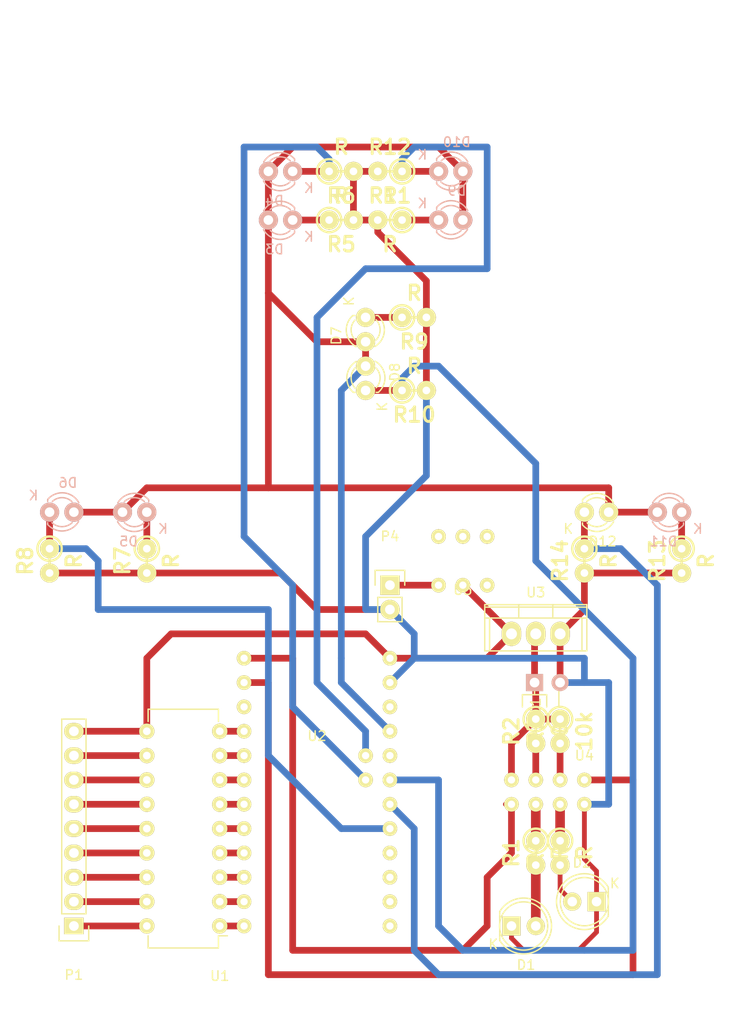
<source format=kicad_pcb>
(kicad_pcb (version 4) (host pcbnew 4.0.2+dfsg1-stable)

  (general
    (links 75)
    (no_connects 0)
    (area 106.579999 37.999999 182.980001 144.880001)
    (thickness 1.6)
    (drawings 15)
    (tracks 163)
    (zones 0)
    (modules 34)
    (nets 52)
  )

  (page A4)
  (layers
    (0 F.Cu signal)
    (31 B.Cu signal)
    (32 B.Adhes user)
    (33 F.Adhes user)
    (34 B.Paste user)
    (35 F.Paste user)
    (36 B.SilkS user)
    (37 F.SilkS user)
    (38 B.Mask user)
    (39 F.Mask user)
    (40 Dwgs.User user)
    (41 Cmts.User user)
    (42 Eco1.User user)
    (43 Eco2.User user)
    (44 Edge.Cuts user)
    (45 Margin user)
    (46 B.CrtYd user)
    (47 F.CrtYd user)
    (48 B.Fab user)
    (49 F.Fab user)
  )

  (setup
    (last_trace_width 0.7)
    (user_trace_width 0.1)
    (user_trace_width 0.5)
    (user_trace_width 0.7)
    (user_trace_width 1)
    (trace_clearance 0.2)
    (zone_clearance 0.508)
    (zone_45_only no)
    (trace_min 0.1)
    (segment_width 0.2)
    (edge_width 0.15)
    (via_size 0.6)
    (via_drill 0.4)
    (via_min_size 0.4)
    (via_min_drill 0.3)
    (uvia_size 0.3)
    (uvia_drill 0.1)
    (uvias_allowed no)
    (uvia_min_size 0.2)
    (uvia_min_drill 0.1)
    (pcb_text_width 0.3)
    (pcb_text_size 1.5 1.5)
    (mod_edge_width 0.15)
    (mod_text_size 1 1)
    (mod_text_width 0.15)
    (pad_size 1.524 1.524)
    (pad_drill 0.762)
    (pad_to_mask_clearance 0.2)
    (aux_axis_origin 0 0)
    (visible_elements FFFFFF7F)
    (pcbplotparams
      (layerselection 0x00000_80000001)
      (usegerberextensions false)
      (excludeedgelayer true)
      (linewidth 0.100000)
      (plotframeref false)
      (viasonmask false)
      (mode 1)
      (useauxorigin false)
      (hpglpennumber 1)
      (hpglpenspeed 20)
      (hpglpendiameter 15)
      (hpglpenoverlay 2)
      (psnegative false)
      (psa4output false)
      (plotreference true)
      (plotvalue true)
      (plotinvisibletext false)
      (padsonsilk false)
      (subtractmaskfromsilk false)
      (outputformat 1)
      (mirror false)
      (drillshape 0)
      (scaleselection 1)
      (outputdirectory ""))
  )

  (net 0 "")
  (net 1 "Net-(C1-Pad1)")
  (net 2 "Net-(C1-Pad2)")
  (net 3 "Net-(D1-Pad2)")
  (net 4 "Net-(D2-Pad2)")
  (net 5 "Net-(P1-Pad1)")
  (net 6 "Net-(P1-Pad2)")
  (net 7 "Net-(P1-Pad3)")
  (net 8 "Net-(P1-Pad4)")
  (net 9 "Net-(P1-Pad5)")
  (net 10 "Net-(P1-Pad6)")
  (net 11 "Net-(P1-Pad7)")
  (net 12 "Net-(P1-Pad8)")
  (net 13 "Net-(P1-Pad9)")
  (net 14 "Net-(R1-Pad1)")
  (net 15 "Net-(R2-Pad2)")
  (net 16 "Net-(R3-Pad2)")
  (net 17 "Net-(R4-Pad1)")
  (net 18 "Net-(U1-Pad1)")
  (net 19 "Net-(U1-Pad2)")
  (net 20 "Net-(U1-Pad3)")
  (net 21 "Net-(U1-Pad4)")
  (net 22 "Net-(U1-Pad5)")
  (net 23 "Net-(U1-Pad6)")
  (net 24 "Net-(U1-Pad7)")
  (net 25 "Net-(U1-Pad8)")
  (net 26 "Net-(U2-Pad33)")
  (net 27 "Net-(U2-Pad15)")
  (net 28 "Net-(U2-Pad34)")
  (net 29 "Net-(U2-Pad35)")
  (net 30 "Net-(U2-Pad9)")
  (net 31 "Net-(U2-Pad16)")
  (net 32 "Net-(U2-Pad17)")
  (net 33 "Net-(U2-Pad18)")
  (net 34 "Net-(P4-Pad1)")
  (net 35 "Net-(D3-Pad1)")
  (net 36 "Net-(D10-Pad2)")
  (net 37 "Net-(D4-Pad1)")
  (net 38 "Net-(D5-Pad1)")
  (net 39 "Net-(D6-Pad1)")
  (net 40 "Net-(D7-Pad1)")
  (net 41 "Net-(D8-Pad1)")
  (net 42 "Net-(D9-Pad1)")
  (net 43 "Net-(D10-Pad1)")
  (net 44 "Net-(D11-Pad1)")
  (net 45 "Net-(D12-Pad1)")
  (net 46 "Net-(U5-Pad3)")
  (net 47 "Net-(U1-Pad9)")
  (net 48 "Net-(U2-Pad11)")
  (net 49 "Net-(U5-Pad4)")
  (net 50 "Net-(U5-Pad5)")
  (net 51 "Net-(U5-Pad6)")

  (net_class Default "This is the default net class."
    (clearance 0.2)
    (trace_width 0.25)
    (via_dia 0.6)
    (via_drill 0.4)
    (uvia_dia 0.3)
    (uvia_drill 0.1)
    (add_net "Net-(C1-Pad1)")
    (add_net "Net-(C1-Pad2)")
    (add_net "Net-(D1-Pad2)")
    (add_net "Net-(D10-Pad1)")
    (add_net "Net-(D10-Pad2)")
    (add_net "Net-(D11-Pad1)")
    (add_net "Net-(D12-Pad1)")
    (add_net "Net-(D2-Pad2)")
    (add_net "Net-(D3-Pad1)")
    (add_net "Net-(D4-Pad1)")
    (add_net "Net-(D5-Pad1)")
    (add_net "Net-(D6-Pad1)")
    (add_net "Net-(D7-Pad1)")
    (add_net "Net-(D8-Pad1)")
    (add_net "Net-(D9-Pad1)")
    (add_net "Net-(P1-Pad1)")
    (add_net "Net-(P1-Pad2)")
    (add_net "Net-(P1-Pad3)")
    (add_net "Net-(P1-Pad4)")
    (add_net "Net-(P1-Pad5)")
    (add_net "Net-(P1-Pad6)")
    (add_net "Net-(P1-Pad7)")
    (add_net "Net-(P1-Pad8)")
    (add_net "Net-(P1-Pad9)")
    (add_net "Net-(P4-Pad1)")
    (add_net "Net-(R1-Pad1)")
    (add_net "Net-(R2-Pad2)")
    (add_net "Net-(R3-Pad2)")
    (add_net "Net-(R4-Pad1)")
    (add_net "Net-(U1-Pad1)")
    (add_net "Net-(U1-Pad2)")
    (add_net "Net-(U1-Pad3)")
    (add_net "Net-(U1-Pad4)")
    (add_net "Net-(U1-Pad5)")
    (add_net "Net-(U1-Pad6)")
    (add_net "Net-(U1-Pad7)")
    (add_net "Net-(U1-Pad8)")
    (add_net "Net-(U1-Pad9)")
    (add_net "Net-(U2-Pad11)")
    (add_net "Net-(U2-Pad15)")
    (add_net "Net-(U2-Pad16)")
    (add_net "Net-(U2-Pad17)")
    (add_net "Net-(U2-Pad18)")
    (add_net "Net-(U2-Pad33)")
    (add_net "Net-(U2-Pad34)")
    (add_net "Net-(U2-Pad35)")
    (add_net "Net-(U2-Pad9)")
    (add_net "Net-(U5-Pad3)")
    (add_net "Net-(U5-Pad4)")
    (add_net "Net-(U5-Pad5)")
    (add_net "Net-(U5-Pad6)")
  )

  (module button (layer F.Cu) (tedit 56F599A1) (tstamp 56F2EF99)
    (at 154.94 99.06)
    (path /56F2F512)
    (fp_text reference U5 (at 0 0.5) (layer F.SilkS)
      (effects (font (size 1 1) (thickness 0.15)))
    )
    (fp_text value button (at 0 -0.5) (layer F.Fab)
      (effects (font (size 1 1) (thickness 0.15)))
    )
    (pad 4 thru_hole circle (at -2.54 -5.08) (size 1.524 1.524) (drill 0.762) (layers *.Cu *.Mask F.SilkS)
      (net 49 "Net-(U5-Pad4)"))
    (pad 5 thru_hole circle (at 0 -5.08) (size 1.524 1.524) (drill 0.762) (layers *.Cu *.Mask F.SilkS)
      (net 50 "Net-(U5-Pad5)"))
    (pad 6 thru_hole circle (at 2.54 -5.08) (size 1.524 1.524) (drill 0.762) (layers *.Cu *.Mask F.SilkS)
      (net 51 "Net-(U5-Pad6)"))
    (pad 1 thru_hole circle (at -2.54 0) (size 1.524 1.524) (drill 0.762) (layers *.Cu *.Mask F.SilkS)
      (net 34 "Net-(P4-Pad1)"))
    (pad 2 thru_hole circle (at 0 0) (size 1.524 1.524) (drill 0.762) (layers *.Cu *.Mask F.SilkS)
      (net 13 "Net-(P1-Pad9)"))
    (pad 3 thru_hole circle (at 2.54 0) (size 1.524 1.524) (drill 0.762) (layers *.Cu *.Mask F.SilkS)
      (net 46 "Net-(U5-Pad3)"))
  )

  (module Housings_DIP:DIP-18_W7.62mm (layer F.Cu) (tedit 54130A77) (tstamp 56F1BFA3)
    (at 129.54 134.62 180)
    (descr "18-lead dip package, row spacing 7.62 mm (300 mils)")
    (tags "dil dip 2.54 300")
    (path /56F1AA0E)
    (fp_text reference U1 (at 0 -5.22 180) (layer F.SilkS)
      (effects (font (size 1 1) (thickness 0.15)))
    )
    (fp_text value uln2803A (at 0 -3.72 180) (layer F.Fab)
      (effects (font (size 1 1) (thickness 0.15)))
    )
    (fp_line (start -1.05 -2.45) (end -1.05 22.8) (layer F.CrtYd) (width 0.05))
    (fp_line (start 8.65 -2.45) (end 8.65 22.8) (layer F.CrtYd) (width 0.05))
    (fp_line (start -1.05 -2.45) (end 8.65 -2.45) (layer F.CrtYd) (width 0.05))
    (fp_line (start -1.05 22.8) (end 8.65 22.8) (layer F.CrtYd) (width 0.05))
    (fp_line (start 0.135 -2.295) (end 0.135 -1.025) (layer F.SilkS) (width 0.15))
    (fp_line (start 7.485 -2.295) (end 7.485 -1.025) (layer F.SilkS) (width 0.15))
    (fp_line (start 7.485 22.615) (end 7.485 21.345) (layer F.SilkS) (width 0.15))
    (fp_line (start 0.135 22.615) (end 0.135 21.345) (layer F.SilkS) (width 0.15))
    (fp_line (start 0.135 -2.295) (end 7.485 -2.295) (layer F.SilkS) (width 0.15))
    (fp_line (start 0.135 22.615) (end 7.485 22.615) (layer F.SilkS) (width 0.15))
    (fp_line (start 0.135 -1.025) (end -0.8 -1.025) (layer F.SilkS) (width 0.15))
    (pad 1 thru_hole oval (at 0 0 180) (size 1.6 1.6) (drill 0.8) (layers *.Cu *.Mask F.SilkS)
      (net 18 "Net-(U1-Pad1)"))
    (pad 2 thru_hole oval (at 0 2.54 180) (size 1.6 1.6) (drill 0.8) (layers *.Cu *.Mask F.SilkS)
      (net 19 "Net-(U1-Pad2)"))
    (pad 3 thru_hole oval (at 0 5.08 180) (size 1.6 1.6) (drill 0.8) (layers *.Cu *.Mask F.SilkS)
      (net 20 "Net-(U1-Pad3)"))
    (pad 4 thru_hole oval (at 0 7.62 180) (size 1.6 1.6) (drill 0.8) (layers *.Cu *.Mask F.SilkS)
      (net 21 "Net-(U1-Pad4)"))
    (pad 5 thru_hole oval (at 0 10.16 180) (size 1.6 1.6) (drill 0.8) (layers *.Cu *.Mask F.SilkS)
      (net 22 "Net-(U1-Pad5)"))
    (pad 6 thru_hole oval (at 0 12.7 180) (size 1.6 1.6) (drill 0.8) (layers *.Cu *.Mask F.SilkS)
      (net 23 "Net-(U1-Pad6)"))
    (pad 7 thru_hole oval (at 0 15.24 180) (size 1.6 1.6) (drill 0.8) (layers *.Cu *.Mask F.SilkS)
      (net 24 "Net-(U1-Pad7)"))
    (pad 8 thru_hole oval (at 0 17.78 180) (size 1.6 1.6) (drill 0.8) (layers *.Cu *.Mask F.SilkS)
      (net 25 "Net-(U1-Pad8)"))
    (pad 9 thru_hole oval (at 0 20.32 180) (size 1.6 1.6) (drill 0.8) (layers *.Cu *.Mask F.SilkS)
      (net 47 "Net-(U1-Pad9)"))
    (pad 10 thru_hole oval (at 7.62 20.32 180) (size 1.6 1.6) (drill 0.8) (layers *.Cu *.Mask F.SilkS)
      (net 13 "Net-(P1-Pad9)"))
    (pad 11 thru_hole oval (at 7.62 17.78 180) (size 1.6 1.6) (drill 0.8) (layers *.Cu *.Mask F.SilkS)
      (net 12 "Net-(P1-Pad8)"))
    (pad 12 thru_hole oval (at 7.62 15.24 180) (size 1.6 1.6) (drill 0.8) (layers *.Cu *.Mask F.SilkS)
      (net 11 "Net-(P1-Pad7)"))
    (pad 13 thru_hole oval (at 7.62 12.7 180) (size 1.6 1.6) (drill 0.8) (layers *.Cu *.Mask F.SilkS)
      (net 10 "Net-(P1-Pad6)"))
    (pad 14 thru_hole oval (at 7.62 10.16 180) (size 1.6 1.6) (drill 0.8) (layers *.Cu *.Mask F.SilkS)
      (net 9 "Net-(P1-Pad5)"))
    (pad 15 thru_hole oval (at 7.62 7.62 180) (size 1.6 1.6) (drill 0.8) (layers *.Cu *.Mask F.SilkS)
      (net 8 "Net-(P1-Pad4)"))
    (pad 16 thru_hole oval (at 7.62 5.08 180) (size 1.6 1.6) (drill 0.8) (layers *.Cu *.Mask F.SilkS)
      (net 7 "Net-(P1-Pad3)"))
    (pad 17 thru_hole oval (at 7.62 2.54 180) (size 1.6 1.6) (drill 0.8) (layers *.Cu *.Mask F.SilkS)
      (net 6 "Net-(P1-Pad2)"))
    (pad 18 thru_hole oval (at 7.62 0 180) (size 1.6 1.6) (drill 0.8) (layers *.Cu *.Mask F.SilkS)
      (net 5 "Net-(P1-Pad1)"))
    (model Housings_DIP.3dshapes/DIP-18_W7.62mm.wrl
      (at (xyz 0 0 0))
      (scale (xyz 1 1 1))
      (rotate (xyz 0 0 0))
    )
  )

  (module bugs:arduino_mini_pro (layer F.Cu) (tedit 56F242BE) (tstamp 56F1BFC4)
    (at 139.7 114.3)
    (path /56F1A6A1)
    (fp_text reference U2 (at 0 0.5) (layer F.SilkS)
      (effects (font (size 1 1) (thickness 0.15)))
    )
    (fp_text value Arduino_Mini (at 0 -0.5) (layer F.Fab)
      (effects (font (size 1 1) (thickness 0.15)))
    )
    (pad 7 thru_hole circle (at 7.62 -7.62) (size 1.524 1.524) (drill 0.762) (layers *.Cu *.Mask F.SilkS)
      (net 13 "Net-(P1-Pad9)"))
    (pad 8 thru_hole circle (at 7.62 -5.08) (size 1.524 1.524) (drill 0.762) (layers *.Cu *.Mask F.SilkS)
      (net 2 "Net-(C1-Pad2)"))
    (pad 9 thru_hole circle (at 7.62 -2.54) (size 1.524 1.524) (drill 0.762) (layers *.Cu *.Mask F.SilkS)
      (net 30 "Net-(U2-Pad9)"))
    (pad 10 thru_hole circle (at 7.62 0) (size 1.524 1.524) (drill 0.762) (layers *.Cu *.Mask F.SilkS)
      (net 36 "Net-(D10-Pad2)"))
    (pad 11 thru_hole circle (at 7.62 2.54) (size 1.524 1.524) (drill 0.762) (layers *.Cu *.Mask F.SilkS)
      (net 48 "Net-(U2-Pad11)"))
    (pad 12 thru_hole circle (at 7.62 5.08) (size 1.524 1.524) (drill 0.762) (layers *.Cu *.Mask F.SilkS)
      (net 41 "Net-(D8-Pad1)"))
    (pad 13 thru_hole circle (at 7.62 7.62) (size 1.524 1.524) (drill 0.762) (layers *.Cu *.Mask F.SilkS)
      (net 45 "Net-(D12-Pad1)"))
    (pad 14 thru_hole circle (at 7.62 10.16) (size 1.524 1.524) (drill 0.762) (layers *.Cu *.Mask F.SilkS)
      (net 39 "Net-(D6-Pad1)"))
    (pad 15 thru_hole circle (at 7.62 12.7) (size 1.524 1.524) (drill 0.762) (layers *.Cu *.Mask F.SilkS)
      (net 27 "Net-(U2-Pad15)"))
    (pad 16 thru_hole circle (at 7.62 15.24) (size 1.524 1.524) (drill 0.762) (layers *.Cu *.Mask F.SilkS)
      (net 31 "Net-(U2-Pad16)"))
    (pad 17 thru_hole circle (at 7.62 17.78) (size 1.524 1.524) (drill 0.762) (layers *.Cu *.Mask F.SilkS)
      (net 32 "Net-(U2-Pad17)"))
    (pad 18 thru_hole circle (at 7.62 20.32) (size 1.524 1.524) (drill 0.762) (layers *.Cu *.Mask F.SilkS)
      (net 33 "Net-(U2-Pad18)"))
    (pad 22 thru_hole circle (at 5.08 2.54) (size 1.524 1.524) (drill 0.762) (layers *.Cu *.Mask F.SilkS)
      (net 43 "Net-(D10-Pad1)"))
    (pad 23 thru_hole circle (at 5.08 5.08) (size 1.524 1.524) (drill 0.762) (layers *.Cu *.Mask F.SilkS)
      (net 37 "Net-(D4-Pad1)"))
    (pad 24 thru_hole circle (at -7.62 20.32) (size 1.524 1.524) (drill 0.762) (layers *.Cu *.Mask F.SilkS)
      (net 18 "Net-(U1-Pad1)"))
    (pad 25 thru_hole circle (at -7.62 17.78) (size 1.524 1.524) (drill 0.762) (layers *.Cu *.Mask F.SilkS)
      (net 19 "Net-(U1-Pad2)"))
    (pad 26 thru_hole circle (at -7.62 15.24) (size 1.524 1.524) (drill 0.762) (layers *.Cu *.Mask F.SilkS)
      (net 20 "Net-(U1-Pad3)"))
    (pad 27 thru_hole circle (at -7.62 12.7) (size 1.524 1.524) (drill 0.762) (layers *.Cu *.Mask F.SilkS)
      (net 21 "Net-(U1-Pad4)"))
    (pad 28 thru_hole circle (at -7.62 10.16) (size 1.524 1.524) (drill 0.762) (layers *.Cu *.Mask F.SilkS)
      (net 22 "Net-(U1-Pad5)"))
    (pad 29 thru_hole circle (at -7.62 7.62) (size 1.524 1.524) (drill 0.762) (layers *.Cu *.Mask F.SilkS)
      (net 23 "Net-(U1-Pad6)"))
    (pad 30 thru_hole circle (at -7.62 5.08) (size 1.524 1.524) (drill 0.762) (layers *.Cu *.Mask F.SilkS)
      (net 24 "Net-(U1-Pad7)"))
    (pad 31 thru_hole circle (at -7.62 2.54) (size 1.524 1.524) (drill 0.762) (layers *.Cu *.Mask F.SilkS)
      (net 25 "Net-(U1-Pad8)"))
    (pad 32 thru_hole circle (at -7.62 0) (size 1.524 1.524) (drill 0.762) (layers *.Cu *.Mask F.SilkS)
      (net 47 "Net-(U1-Pad9)"))
    (pad 33 thru_hole circle (at -7.62 -2.54) (size 1.524 1.524) (drill 0.762) (layers *.Cu *.Mask F.SilkS)
      (net 26 "Net-(U2-Pad33)"))
    (pad 34 thru_hole circle (at -7.62 -5.08) (size 1.524 1.524) (drill 0.762) (layers *.Cu *.Mask F.SilkS)
      (net 28 "Net-(U2-Pad34)"))
    (pad 35 thru_hole circle (at -7.62 -7.62) (size 1.524 1.524) (drill 0.762) (layers *.Cu *.Mask F.SilkS)
      (net 29 "Net-(U2-Pad35)"))
  )

  (module Power_Integrations:TO-220 (layer F.Cu) (tedit 56F1C0C9) (tstamp 56F1BFCB)
    (at 162.56 104.14)
    (descr "Non Isolated JEDEC TO-220 Package")
    (tags "Power Integration YN Package")
    (path /56F1AC9B)
    (fp_text reference U3 (at 0 -4.318) (layer F.SilkS)
      (effects (font (size 1 1) (thickness 0.15)))
    )
    (fp_text value SPX2920U-3.3 (at 0 -4.318) (layer F.Fab)
      (effects (font (size 1 1) (thickness 0.15)))
    )
    (fp_line (start 4.826 -1.651) (end 4.826 1.778) (layer F.SilkS) (width 0.15))
    (fp_line (start -4.826 -1.651) (end -4.826 1.778) (layer F.SilkS) (width 0.15))
    (fp_line (start 5.334 -2.794) (end -5.334 -2.794) (layer F.SilkS) (width 0.15))
    (fp_line (start 1.778 -1.778) (end 1.778 -3.048) (layer F.SilkS) (width 0.15))
    (fp_line (start -1.778 -1.778) (end -1.778 -3.048) (layer F.SilkS) (width 0.15))
    (fp_line (start -5.334 -1.651) (end 5.334 -1.651) (layer F.SilkS) (width 0.15))
    (fp_line (start 5.334 1.778) (end -5.334 1.778) (layer F.SilkS) (width 0.15))
    (fp_line (start -5.334 -3.048) (end -5.334 1.778) (layer F.SilkS) (width 0.15))
    (fp_line (start 5.334 -3.048) (end 5.334 1.778) (layer F.SilkS) (width 0.15))
    (fp_line (start 5.334 -3.048) (end -5.334 -3.048) (layer F.SilkS) (width 0.15))
    (pad 2 thru_hole oval (at 2.54 0) (size 2.032 2.54) (drill 1.143) (layers *.Cu *.Mask F.SilkS)
      (net 2 "Net-(C1-Pad2)"))
    (pad 3 thru_hole oval (at 0 0) (size 2.032 2.54) (drill 1.143) (layers *.Cu *.Mask F.SilkS)
      (net 1 "Net-(C1-Pad1)"))
    (pad 1 thru_hole oval (at -2.54 0) (size 2.032 2.54) (drill 1.143) (layers *.Cu *.Mask F.SilkS)
      (net 13 "Net-(P1-Pad9)"))
  )

  (module Discret:CPR10X16 (layer F.Cu) (tedit 56F1BDA9) (tstamp 56F1BF46)
    (at 165.1 109.22 90)
    (descr "Condensateur polarise couche")
    (tags CP)
    (path /56F1E79A)
    (fp_text reference C1 (at -2.54 -2.54 90) (layer F.SilkS)
      (effects (font (size 1 1) (thickness 0.15)))
    )
    (fp_text value CP (at -2.54 0 90) (layer F.Fab)
      (effects (font (size 1 1) (thickness 0.15)))
    )
    (fp_line (start -2.54 -3.937) (end -1.27 -3.937) (layer F.SilkS) (width 0.15))
    (fp_line (start -1.27 -3.937) (end -1.27 -1.397) (layer F.SilkS) (width 0.15))
    (fp_line (start -1.27 -1.397) (end -2.54 -1.397) (layer F.SilkS) (width 0.15))
    (fp_line (start -1.27 -2.667) (end 0 -2.667) (layer F.SilkS) (width 0.15))
    (fp_line (start -2.54 -0.127) (end 0 -0.127) (layer F.SilkS) (width 0.15))
    (pad 1 thru_hole rect (at 0 -2.667 90) (size 1.778 1.778) (drill 1.016) (layers *.Cu *.SilkS *.Mask)
      (net 1 "Net-(C1-Pad1)"))
    (pad 2 thru_hole circle (at 0 0 90) (size 1.778 1.778) (drill 1.016) (layers *.Cu *.SilkS *.Mask)
      (net 2 "Net-(C1-Pad2)"))
    (model Discret.3dshapes/CPR10X16.wrl
      (at (xyz 0 0 0))
      (scale (xyz 1 1 1))
      (rotate (xyz 0 0 0))
    )
  )

  (module LEDs:LED-5MM (layer F.Cu) (tedit 5570F7EA) (tstamp 56F1BF4C)
    (at 160.02 134.62)
    (descr "LED 5mm round vertical")
    (tags "LED 5mm round vertical")
    (path /56F1AFA5)
    (fp_text reference D1 (at 1.524 4.064) (layer F.SilkS)
      (effects (font (size 1 1) (thickness 0.15)))
    )
    (fp_text value LED (at 1.524 -3.937) (layer F.Fab)
      (effects (font (size 1 1) (thickness 0.15)))
    )
    (fp_line (start -1.5 -1.55) (end -1.5 1.55) (layer F.CrtYd) (width 0.05))
    (fp_arc (start 1.3 0) (end -1.5 1.55) (angle -302) (layer F.CrtYd) (width 0.05))
    (fp_arc (start 1.27 0) (end -1.23 -1.5) (angle 297.5) (layer F.SilkS) (width 0.15))
    (fp_line (start -1.23 1.5) (end -1.23 -1.5) (layer F.SilkS) (width 0.15))
    (fp_circle (center 1.27 0) (end 0.97 -2.5) (layer F.SilkS) (width 0.15))
    (fp_text user K (at -1.905 1.905) (layer F.SilkS)
      (effects (font (size 1 1) (thickness 0.15)))
    )
    (pad 1 thru_hole rect (at 0 0 90) (size 2 1.9) (drill 1.00076) (layers *.Cu *.Mask F.SilkS)
      (net 2 "Net-(C1-Pad2)"))
    (pad 2 thru_hole circle (at 2.54 0) (size 1.9 1.9) (drill 1.00076) (layers *.Cu *.Mask F.SilkS)
      (net 3 "Net-(D1-Pad2)"))
    (model LEDs.3dshapes/LED-5MM.wrl
      (at (xyz 0.05 0 0))
      (scale (xyz 1 1 1))
      (rotate (xyz 0 0 90))
    )
  )

  (module LEDs:LED-5MM (layer F.Cu) (tedit 5570F7EA) (tstamp 56F1BF52)
    (at 168.91 132.08 180)
    (descr "LED 5mm round vertical")
    (tags "LED 5mm round vertical")
    (path /56F1B03A)
    (fp_text reference D2 (at 1.524 4.064 180) (layer F.SilkS)
      (effects (font (size 1 1) (thickness 0.15)))
    )
    (fp_text value LED (at 1.524 -3.937 180) (layer F.Fab)
      (effects (font (size 1 1) (thickness 0.15)))
    )
    (fp_line (start -1.5 -1.55) (end -1.5 1.55) (layer F.CrtYd) (width 0.05))
    (fp_arc (start 1.3 0) (end -1.5 1.55) (angle -302) (layer F.CrtYd) (width 0.05))
    (fp_arc (start 1.27 0) (end -1.23 -1.5) (angle 297.5) (layer F.SilkS) (width 0.15))
    (fp_line (start -1.23 1.5) (end -1.23 -1.5) (layer F.SilkS) (width 0.15))
    (fp_circle (center 1.27 0) (end 0.97 -2.5) (layer F.SilkS) (width 0.15))
    (fp_text user K (at -1.905 1.905 180) (layer F.SilkS)
      (effects (font (size 1 1) (thickness 0.15)))
    )
    (pad 1 thru_hole rect (at 0 0 270) (size 2 1.9) (drill 1.00076) (layers *.Cu *.Mask F.SilkS)
      (net 2 "Net-(C1-Pad2)"))
    (pad 2 thru_hole circle (at 2.54 0 180) (size 1.9 1.9) (drill 1.00076) (layers *.Cu *.Mask F.SilkS)
      (net 4 "Net-(D2-Pad2)"))
    (model LEDs.3dshapes/LED-5MM.wrl
      (at (xyz 0.05 0 0))
      (scale (xyz 1 1 1))
      (rotate (xyz 0 0 90))
    )
  )

  (module Pin_Headers:Pin_Header_Straight_1x09 (layer F.Cu) (tedit 0) (tstamp 56F1BF5F)
    (at 114.3 134.62 180)
    (descr "Through hole pin header")
    (tags "pin header")
    (path /56F1A493)
    (fp_text reference P1 (at 0 -5.1 180) (layer F.SilkS)
      (effects (font (size 1 1) (thickness 0.15)))
    )
    (fp_text value CONN_01X09 (at 0 -3.1 180) (layer F.Fab)
      (effects (font (size 1 1) (thickness 0.15)))
    )
    (fp_line (start -1.75 -1.75) (end -1.75 22.1) (layer F.CrtYd) (width 0.05))
    (fp_line (start 1.75 -1.75) (end 1.75 22.1) (layer F.CrtYd) (width 0.05))
    (fp_line (start -1.75 -1.75) (end 1.75 -1.75) (layer F.CrtYd) (width 0.05))
    (fp_line (start -1.75 22.1) (end 1.75 22.1) (layer F.CrtYd) (width 0.05))
    (fp_line (start 1.27 1.27) (end 1.27 21.59) (layer F.SilkS) (width 0.15))
    (fp_line (start 1.27 21.59) (end -1.27 21.59) (layer F.SilkS) (width 0.15))
    (fp_line (start -1.27 21.59) (end -1.27 1.27) (layer F.SilkS) (width 0.15))
    (fp_line (start 1.55 -1.55) (end 1.55 0) (layer F.SilkS) (width 0.15))
    (fp_line (start 1.27 1.27) (end -1.27 1.27) (layer F.SilkS) (width 0.15))
    (fp_line (start -1.55 0) (end -1.55 -1.55) (layer F.SilkS) (width 0.15))
    (fp_line (start -1.55 -1.55) (end 1.55 -1.55) (layer F.SilkS) (width 0.15))
    (pad 1 thru_hole rect (at 0 0 180) (size 2.032 1.7272) (drill 1.016) (layers *.Cu *.Mask F.SilkS)
      (net 5 "Net-(P1-Pad1)"))
    (pad 2 thru_hole oval (at 0 2.54 180) (size 2.032 1.7272) (drill 1.016) (layers *.Cu *.Mask F.SilkS)
      (net 6 "Net-(P1-Pad2)"))
    (pad 3 thru_hole oval (at 0 5.08 180) (size 2.032 1.7272) (drill 1.016) (layers *.Cu *.Mask F.SilkS)
      (net 7 "Net-(P1-Pad3)"))
    (pad 4 thru_hole oval (at 0 7.62 180) (size 2.032 1.7272) (drill 1.016) (layers *.Cu *.Mask F.SilkS)
      (net 8 "Net-(P1-Pad4)"))
    (pad 5 thru_hole oval (at 0 10.16 180) (size 2.032 1.7272) (drill 1.016) (layers *.Cu *.Mask F.SilkS)
      (net 9 "Net-(P1-Pad5)"))
    (pad 6 thru_hole oval (at 0 12.7 180) (size 2.032 1.7272) (drill 1.016) (layers *.Cu *.Mask F.SilkS)
      (net 10 "Net-(P1-Pad6)"))
    (pad 7 thru_hole oval (at 0 15.24 180) (size 2.032 1.7272) (drill 1.016) (layers *.Cu *.Mask F.SilkS)
      (net 11 "Net-(P1-Pad7)"))
    (pad 8 thru_hole oval (at 0 17.78 180) (size 2.032 1.7272) (drill 1.016) (layers *.Cu *.Mask F.SilkS)
      (net 12 "Net-(P1-Pad8)"))
    (pad 9 thru_hole oval (at 0 20.32 180) (size 2.032 1.7272) (drill 1.016) (layers *.Cu *.Mask F.SilkS)
      (net 13 "Net-(P1-Pad9)"))
    (model Pin_Headers.3dshapes/Pin_Header_Straight_1x09.wrl
      (at (xyz 0 -0.4 0))
      (scale (xyz 1 1 1))
      (rotate (xyz 0 0 90))
    )
  )

  (module Pin_Headers:Pin_Header_Straight_1x02 (layer F.Cu) (tedit 54EA090C) (tstamp 56F1BF75)
    (at 147.32 99.06)
    (descr "Through hole pin header")
    (tags "pin header")
    (path /56F1CB48)
    (fp_text reference P4 (at 0 -5.1) (layer F.SilkS)
      (effects (font (size 1 1) (thickness 0.15)))
    )
    (fp_text value CONN_01X02 (at 0 -3.1) (layer F.Fab)
      (effects (font (size 1 1) (thickness 0.15)))
    )
    (fp_line (start 1.27 1.27) (end 1.27 3.81) (layer F.SilkS) (width 0.15))
    (fp_line (start 1.55 -1.55) (end 1.55 0) (layer F.SilkS) (width 0.15))
    (fp_line (start -1.75 -1.75) (end -1.75 4.3) (layer F.CrtYd) (width 0.05))
    (fp_line (start 1.75 -1.75) (end 1.75 4.3) (layer F.CrtYd) (width 0.05))
    (fp_line (start -1.75 -1.75) (end 1.75 -1.75) (layer F.CrtYd) (width 0.05))
    (fp_line (start -1.75 4.3) (end 1.75 4.3) (layer F.CrtYd) (width 0.05))
    (fp_line (start 1.27 1.27) (end -1.27 1.27) (layer F.SilkS) (width 0.15))
    (fp_line (start -1.55 0) (end -1.55 -1.55) (layer F.SilkS) (width 0.15))
    (fp_line (start -1.55 -1.55) (end 1.55 -1.55) (layer F.SilkS) (width 0.15))
    (fp_line (start -1.27 1.27) (end -1.27 3.81) (layer F.SilkS) (width 0.15))
    (fp_line (start -1.27 3.81) (end 1.27 3.81) (layer F.SilkS) (width 0.15))
    (pad 1 thru_hole rect (at 0 0) (size 2.032 2.032) (drill 1.016) (layers *.Cu *.Mask F.SilkS)
      (net 34 "Net-(P4-Pad1)"))
    (pad 2 thru_hole oval (at 0 2.54) (size 2.032 2.032) (drill 1.016) (layers *.Cu *.Mask F.SilkS)
      (net 2 "Net-(C1-Pad2)"))
    (model Pin_Headers.3dshapes/Pin_Header_Straight_1x02.wrl
      (at (xyz 0 -0.05 0))
      (scale (xyz 1 1 1))
      (rotate (xyz 0 0 90))
    )
  )

  (module w_pth_resistors:rc05_vert (layer F.Cu) (tedit 0) (tstamp 56F1BF7B)
    (at 162.56 127 270)
    (descr "Resistor, RC05 vertical")
    (path /56F1AF1D)
    (fp_text reference R1 (at 0 2.54 270) (layer F.SilkS)
      (effects (font (thickness 0.3048)))
    )
    (fp_text value R (at 0 -2.54 270) (layer F.SilkS)
      (effects (font (thickness 0.3048)))
    )
    (fp_line (start -1.27 0) (end 1.27 0) (layer F.SilkS) (width 0.254))
    (fp_circle (center -1.27 0) (end 0 0) (layer F.SilkS) (width 0.254))
    (pad 1 thru_hole circle (at -1.27 0 270) (size 1.99898 1.99898) (drill 0.8001) (layers *.Cu *.Mask F.SilkS)
      (net 14 "Net-(R1-Pad1)"))
    (pad 2 thru_hole circle (at 1.27 0 270) (size 1.99898 1.99898) (drill 0.8001) (layers *.Cu *.Mask F.SilkS)
      (net 3 "Net-(D1-Pad2)"))
    (model walter/pth_resistors/rc05vert.wrl
      (at (xyz 0 0 0))
      (scale (xyz 1 1 1))
      (rotate (xyz 0 0 0))
    )
  )

  (module w_pth_resistors:rc05_vert (layer F.Cu) (tedit 0) (tstamp 56F1BF81)
    (at 162.56 114.3 270)
    (descr "Resistor, RC05 vertical")
    (path /56F1AE1A)
    (fp_text reference R2 (at 0 2.54 270) (layer F.SilkS)
      (effects (font (thickness 0.3048)))
    )
    (fp_text value 10k (at 0 -2.54 270) (layer F.SilkS)
      (effects (font (thickness 0.3048)))
    )
    (fp_line (start -1.27 0) (end 1.27 0) (layer F.SilkS) (width 0.254))
    (fp_circle (center -1.27 0) (end 0 0) (layer F.SilkS) (width 0.254))
    (pad 1 thru_hole circle (at -1.27 0 270) (size 1.99898 1.99898) (drill 0.8001) (layers *.Cu *.Mask F.SilkS)
      (net 1 "Net-(C1-Pad1)"))
    (pad 2 thru_hole circle (at 1.27 0 270) (size 1.99898 1.99898) (drill 0.8001) (layers *.Cu *.Mask F.SilkS)
      (net 15 "Net-(R2-Pad2)"))
    (model walter/pth_resistors/rc05vert.wrl
      (at (xyz 0 0 0))
      (scale (xyz 1 1 1))
      (rotate (xyz 0 0 0))
    )
  )

  (module w_pth_resistors:rc05_vert (layer F.Cu) (tedit 0) (tstamp 56F1BF87)
    (at 165.1 114.3 270)
    (descr "Resistor, RC05 vertical")
    (path /56F1AE8B)
    (fp_text reference R3 (at 0 2.54 270) (layer F.SilkS)
      (effects (font (thickness 0.3048)))
    )
    (fp_text value 10k (at 0 -2.54 270) (layer F.SilkS)
      (effects (font (thickness 0.3048)))
    )
    (fp_line (start -1.27 0) (end 1.27 0) (layer F.SilkS) (width 0.254))
    (fp_circle (center -1.27 0) (end 0 0) (layer F.SilkS) (width 0.254))
    (pad 1 thru_hole circle (at -1.27 0 270) (size 1.99898 1.99898) (drill 0.8001) (layers *.Cu *.Mask F.SilkS)
      (net 1 "Net-(C1-Pad1)"))
    (pad 2 thru_hole circle (at 1.27 0 270) (size 1.99898 1.99898) (drill 0.8001) (layers *.Cu *.Mask F.SilkS)
      (net 16 "Net-(R3-Pad2)"))
    (model walter/pth_resistors/rc05vert.wrl
      (at (xyz 0 0 0))
      (scale (xyz 1 1 1))
      (rotate (xyz 0 0 0))
    )
  )

  (module w_pth_resistors:rc05_vert (layer F.Cu) (tedit 0) (tstamp 56F1BF8D)
    (at 165.1 127 270)
    (descr "Resistor, RC05 vertical")
    (path /56F1AEB7)
    (fp_text reference R4 (at 0 2.54 270) (layer F.SilkS)
      (effects (font (thickness 0.3048)))
    )
    (fp_text value R (at 0 -2.54 270) (layer F.SilkS)
      (effects (font (thickness 0.3048)))
    )
    (fp_line (start -1.27 0) (end 1.27 0) (layer F.SilkS) (width 0.254))
    (fp_circle (center -1.27 0) (end 0 0) (layer F.SilkS) (width 0.254))
    (pad 1 thru_hole circle (at -1.27 0 270) (size 1.99898 1.99898) (drill 0.8001) (layers *.Cu *.Mask F.SilkS)
      (net 17 "Net-(R4-Pad1)"))
    (pad 2 thru_hole circle (at 1.27 0 270) (size 1.99898 1.99898) (drill 0.8001) (layers *.Cu *.Mask F.SilkS)
      (net 4 "Net-(D2-Pad2)"))
    (model walter/pth_resistors/rc05vert.wrl
      (at (xyz 0 0 0))
      (scale (xyz 1 1 1))
      (rotate (xyz 0 0 0))
    )
  )

  (module bugs:ESP8266 (layer F.Cu) (tedit 56F1B511) (tstamp 56F1BFD7)
    (at 165.1 121.92)
    (path /56F1BA48)
    (fp_text reference U4 (at 2.54 -5.08) (layer F.SilkS)
      (effects (font (size 1 1) (thickness 0.15)))
    )
    (fp_text value ESP8266 (at -5.08 -5.08) (layer F.Fab)
      (effects (font (size 1 1) (thickness 0.15)))
    )
    (pad 1 thru_hole circle (at -5.08 -2.54) (size 1.524 1.524) (drill 0.762) (layers *.Cu *.Mask F.SilkS)
      (net 1 "Net-(C1-Pad1)"))
    (pad 2 thru_hole circle (at -2.54 -2.54) (size 1.524 1.524) (drill 0.762) (layers *.Cu *.Mask F.SilkS)
      (net 15 "Net-(R2-Pad2)"))
    (pad 3 thru_hole circle (at 0 -2.54) (size 1.524 1.524) (drill 0.762) (layers *.Cu *.Mask F.SilkS)
      (net 16 "Net-(R3-Pad2)"))
    (pad 4 thru_hole circle (at 2.54 -2.54) (size 1.524 1.524) (drill 0.762) (layers *.Cu *.Mask F.SilkS)
      (net 28 "Net-(U2-Pad34)"))
    (pad 5 thru_hole circle (at 2.54 0) (size 1.524 1.524) (drill 0.762) (layers *.Cu *.Mask F.SilkS)
      (net 2 "Net-(C1-Pad2)"))
    (pad 6 thru_hole circle (at 0 0) (size 1.524 1.524) (drill 0.762) (layers *.Cu *.Mask F.SilkS)
      (net 17 "Net-(R4-Pad1)"))
    (pad 7 thru_hole circle (at -2.54 0) (size 1.524 1.524) (drill 0.762) (layers *.Cu *.Mask F.SilkS)
      (net 14 "Net-(R1-Pad1)"))
    (pad 8 thru_hole circle (at -5.08 0) (size 1.524 1.524) (drill 0.762) (layers *.Cu *.Mask F.SilkS)
      (net 29 "Net-(U2-Pad35)"))
  )

  (module LEDs:LED-3MM (layer B.Cu) (tedit 56E984C9) (tstamp 56F588B3)
    (at 137.16 60.96 180)
    (descr "LED 3mm round vertical")
    (tags "LED  3mm round vertical")
    (path /56F58D86)
    (fp_text reference D3 (at 1.91 -3.06 180) (layer B.SilkS)
      (effects (font (size 1 1) (thickness 0.15)) (justify mirror))
    )
    (fp_text value LED (at 1.3 2.9 180) (layer B.Fab)
      (effects (font (size 1 1) (thickness 0.15)) (justify mirror))
    )
    (fp_line (start -1.2 -2.3) (end 3.8 -2.3) (layer B.CrtYd) (width 0.05))
    (fp_line (start 3.8 -2.3) (end 3.8 2.2) (layer B.CrtYd) (width 0.05))
    (fp_line (start 3.8 2.2) (end -1.2 2.2) (layer B.CrtYd) (width 0.05))
    (fp_line (start -1.2 2.2) (end -1.2 -2.3) (layer B.CrtYd) (width 0.05))
    (fp_line (start -0.199 -1.314) (end -0.199 -1.114) (layer B.SilkS) (width 0.15))
    (fp_line (start -0.199 1.28) (end -0.199 1.1) (layer B.SilkS) (width 0.15))
    (fp_arc (start 1.301 -0.034) (end -0.199 1.286) (angle -108.5) (layer B.SilkS) (width 0.15))
    (fp_arc (start 1.301 -0.034) (end 0.25 1.1) (angle -85.7) (layer B.SilkS) (width 0.15))
    (fp_arc (start 1.311 -0.034) (end 3.051 -0.994) (angle -110) (layer B.SilkS) (width 0.15))
    (fp_arc (start 1.301 -0.034) (end 2.335 -1.094) (angle -87.5) (layer B.SilkS) (width 0.15))
    (fp_text user K (at -1.69 -1.74 180) (layer B.SilkS)
      (effects (font (size 1 1) (thickness 0.15)) (justify mirror))
    )
    (pad 1 thru_hole circle (at 0 0 180) (size 2 2) (drill 1.00076) (layers *.Cu *.Mask B.SilkS)
      (net 35 "Net-(D3-Pad1)"))
    (pad 2 thru_hole circle (at 2.54 0 180) (size 2 2) (drill 1.00076) (layers *.Cu *.Mask B.SilkS)
      (net 36 "Net-(D10-Pad2)"))
    (model LEDs.3dshapes/LED-3MM.wrl
      (at (xyz 0.05 0 0))
      (scale (xyz 1 1 1))
      (rotate (xyz 0 0 90))
    )
  )

  (module LEDs:LED-3MM (layer B.Cu) (tedit 56E984C9) (tstamp 56F588C4)
    (at 137.16 55.88 180)
    (descr "LED 3mm round vertical")
    (tags "LED  3mm round vertical")
    (path /56F58D87)
    (fp_text reference D4 (at 1.91 -3.06 180) (layer B.SilkS)
      (effects (font (size 1 1) (thickness 0.15)) (justify mirror))
    )
    (fp_text value LED (at 1.3 2.9 180) (layer B.Fab)
      (effects (font (size 1 1) (thickness 0.15)) (justify mirror))
    )
    (fp_line (start -1.2 -2.3) (end 3.8 -2.3) (layer B.CrtYd) (width 0.05))
    (fp_line (start 3.8 -2.3) (end 3.8 2.2) (layer B.CrtYd) (width 0.05))
    (fp_line (start 3.8 2.2) (end -1.2 2.2) (layer B.CrtYd) (width 0.05))
    (fp_line (start -1.2 2.2) (end -1.2 -2.3) (layer B.CrtYd) (width 0.05))
    (fp_line (start -0.199 -1.314) (end -0.199 -1.114) (layer B.SilkS) (width 0.15))
    (fp_line (start -0.199 1.28) (end -0.199 1.1) (layer B.SilkS) (width 0.15))
    (fp_arc (start 1.301 -0.034) (end -0.199 1.286) (angle -108.5) (layer B.SilkS) (width 0.15))
    (fp_arc (start 1.301 -0.034) (end 0.25 1.1) (angle -85.7) (layer B.SilkS) (width 0.15))
    (fp_arc (start 1.311 -0.034) (end 3.051 -0.994) (angle -110) (layer B.SilkS) (width 0.15))
    (fp_arc (start 1.301 -0.034) (end 2.335 -1.094) (angle -87.5) (layer B.SilkS) (width 0.15))
    (fp_text user K (at -1.69 -1.74 180) (layer B.SilkS)
      (effects (font (size 1 1) (thickness 0.15)) (justify mirror))
    )
    (pad 1 thru_hole circle (at 0 0 180) (size 2 2) (drill 1.00076) (layers *.Cu *.Mask B.SilkS)
      (net 37 "Net-(D4-Pad1)"))
    (pad 2 thru_hole circle (at 2.54 0 180) (size 2 2) (drill 1.00076) (layers *.Cu *.Mask B.SilkS)
      (net 36 "Net-(D10-Pad2)"))
    (model LEDs.3dshapes/LED-3MM.wrl
      (at (xyz 0.05 0 0))
      (scale (xyz 1 1 1))
      (rotate (xyz 0 0 90))
    )
  )

  (module LEDs:LED-3MM (layer B.Cu) (tedit 56E984C9) (tstamp 56F588D5)
    (at 121.92 91.44 180)
    (descr "LED 3mm round vertical")
    (tags "LED  3mm round vertical")
    (path /56F58D88)
    (fp_text reference D5 (at 1.91 -3.06 180) (layer B.SilkS)
      (effects (font (size 1 1) (thickness 0.15)) (justify mirror))
    )
    (fp_text value LED (at 1.3 2.9 180) (layer B.Fab)
      (effects (font (size 1 1) (thickness 0.15)) (justify mirror))
    )
    (fp_line (start -1.2 -2.3) (end 3.8 -2.3) (layer B.CrtYd) (width 0.05))
    (fp_line (start 3.8 -2.3) (end 3.8 2.2) (layer B.CrtYd) (width 0.05))
    (fp_line (start 3.8 2.2) (end -1.2 2.2) (layer B.CrtYd) (width 0.05))
    (fp_line (start -1.2 2.2) (end -1.2 -2.3) (layer B.CrtYd) (width 0.05))
    (fp_line (start -0.199 -1.314) (end -0.199 -1.114) (layer B.SilkS) (width 0.15))
    (fp_line (start -0.199 1.28) (end -0.199 1.1) (layer B.SilkS) (width 0.15))
    (fp_arc (start 1.301 -0.034) (end -0.199 1.286) (angle -108.5) (layer B.SilkS) (width 0.15))
    (fp_arc (start 1.301 -0.034) (end 0.25 1.1) (angle -85.7) (layer B.SilkS) (width 0.15))
    (fp_arc (start 1.311 -0.034) (end 3.051 -0.994) (angle -110) (layer B.SilkS) (width 0.15))
    (fp_arc (start 1.301 -0.034) (end 2.335 -1.094) (angle -87.5) (layer B.SilkS) (width 0.15))
    (fp_text user K (at -1.69 -1.74 180) (layer B.SilkS)
      (effects (font (size 1 1) (thickness 0.15)) (justify mirror))
    )
    (pad 1 thru_hole circle (at 0 0 180) (size 2 2) (drill 1.00076) (layers *.Cu *.Mask B.SilkS)
      (net 38 "Net-(D5-Pad1)"))
    (pad 2 thru_hole circle (at 2.54 0 180) (size 2 2) (drill 1.00076) (layers *.Cu *.Mask B.SilkS)
      (net 36 "Net-(D10-Pad2)"))
    (model LEDs.3dshapes/LED-3MM.wrl
      (at (xyz 0.05 0 0))
      (scale (xyz 1 1 1))
      (rotate (xyz 0 0 90))
    )
  )

  (module LEDs:LED-3MM (layer B.Cu) (tedit 56E984C9) (tstamp 56F588E6)
    (at 111.76 91.44)
    (descr "LED 3mm round vertical")
    (tags "LED  3mm round vertical")
    (path /56F58D89)
    (fp_text reference D6 (at 1.91 -3.06) (layer B.SilkS)
      (effects (font (size 1 1) (thickness 0.15)) (justify mirror))
    )
    (fp_text value LED (at 1.3 2.9) (layer B.Fab)
      (effects (font (size 1 1) (thickness 0.15)) (justify mirror))
    )
    (fp_line (start -1.2 -2.3) (end 3.8 -2.3) (layer B.CrtYd) (width 0.05))
    (fp_line (start 3.8 -2.3) (end 3.8 2.2) (layer B.CrtYd) (width 0.05))
    (fp_line (start 3.8 2.2) (end -1.2 2.2) (layer B.CrtYd) (width 0.05))
    (fp_line (start -1.2 2.2) (end -1.2 -2.3) (layer B.CrtYd) (width 0.05))
    (fp_line (start -0.199 -1.314) (end -0.199 -1.114) (layer B.SilkS) (width 0.15))
    (fp_line (start -0.199 1.28) (end -0.199 1.1) (layer B.SilkS) (width 0.15))
    (fp_arc (start 1.301 -0.034) (end -0.199 1.286) (angle -108.5) (layer B.SilkS) (width 0.15))
    (fp_arc (start 1.301 -0.034) (end 0.25 1.1) (angle -85.7) (layer B.SilkS) (width 0.15))
    (fp_arc (start 1.311 -0.034) (end 3.051 -0.994) (angle -110) (layer B.SilkS) (width 0.15))
    (fp_arc (start 1.301 -0.034) (end 2.335 -1.094) (angle -87.5) (layer B.SilkS) (width 0.15))
    (fp_text user K (at -1.69 -1.74) (layer B.SilkS)
      (effects (font (size 1 1) (thickness 0.15)) (justify mirror))
    )
    (pad 1 thru_hole circle (at 0 0) (size 2 2) (drill 1.00076) (layers *.Cu *.Mask B.SilkS)
      (net 39 "Net-(D6-Pad1)"))
    (pad 2 thru_hole circle (at 2.54 0) (size 2 2) (drill 1.00076) (layers *.Cu *.Mask B.SilkS)
      (net 36 "Net-(D10-Pad2)"))
    (model LEDs.3dshapes/LED-3MM.wrl
      (at (xyz 0.05 0 0))
      (scale (xyz 1 1 1))
      (rotate (xyz 0 0 90))
    )
  )

  (module LEDs:LED-3MM (layer F.Cu) (tedit 56E984C9) (tstamp 56F588F7)
    (at 144.78 71.12 270)
    (descr "LED 3mm round vertical")
    (tags "LED  3mm round vertical")
    (path /56F58D84)
    (fp_text reference D7 (at 1.91 3.06 270) (layer F.SilkS)
      (effects (font (size 1 1) (thickness 0.15)))
    )
    (fp_text value LED (at 1.3 -2.9 270) (layer F.Fab)
      (effects (font (size 1 1) (thickness 0.15)))
    )
    (fp_line (start -1.2 2.3) (end 3.8 2.3) (layer F.CrtYd) (width 0.05))
    (fp_line (start 3.8 2.3) (end 3.8 -2.2) (layer F.CrtYd) (width 0.05))
    (fp_line (start 3.8 -2.2) (end -1.2 -2.2) (layer F.CrtYd) (width 0.05))
    (fp_line (start -1.2 -2.2) (end -1.2 2.3) (layer F.CrtYd) (width 0.05))
    (fp_line (start -0.199 1.314) (end -0.199 1.114) (layer F.SilkS) (width 0.15))
    (fp_line (start -0.199 -1.28) (end -0.199 -1.1) (layer F.SilkS) (width 0.15))
    (fp_arc (start 1.301 0.034) (end -0.199 -1.286) (angle 108.5) (layer F.SilkS) (width 0.15))
    (fp_arc (start 1.301 0.034) (end 0.25 -1.1) (angle 85.7) (layer F.SilkS) (width 0.15))
    (fp_arc (start 1.311 0.034) (end 3.051 0.994) (angle 110) (layer F.SilkS) (width 0.15))
    (fp_arc (start 1.301 0.034) (end 2.335 1.094) (angle 87.5) (layer F.SilkS) (width 0.15))
    (fp_text user K (at -1.69 1.74 270) (layer F.SilkS)
      (effects (font (size 1 1) (thickness 0.15)))
    )
    (pad 1 thru_hole circle (at 0 0 270) (size 2 2) (drill 1.00076) (layers *.Cu *.Mask F.SilkS)
      (net 40 "Net-(D7-Pad1)"))
    (pad 2 thru_hole circle (at 2.54 0 270) (size 2 2) (drill 1.00076) (layers *.Cu *.Mask F.SilkS)
      (net 36 "Net-(D10-Pad2)"))
    (model LEDs.3dshapes/LED-3MM.wrl
      (at (xyz 0.05 0 0))
      (scale (xyz 1 1 1))
      (rotate (xyz 0 0 90))
    )
  )

  (module LEDs:LED-3MM (layer F.Cu) (tedit 56E984C9) (tstamp 56F58908)
    (at 144.78 78.74 90)
    (descr "LED 3mm round vertical")
    (tags "LED  3mm round vertical")
    (path /56F58D85)
    (fp_text reference D8 (at 1.91 3.06 90) (layer F.SilkS)
      (effects (font (size 1 1) (thickness 0.15)))
    )
    (fp_text value LED (at 1.3 -2.9 90) (layer F.Fab)
      (effects (font (size 1 1) (thickness 0.15)))
    )
    (fp_line (start -1.2 2.3) (end 3.8 2.3) (layer F.CrtYd) (width 0.05))
    (fp_line (start 3.8 2.3) (end 3.8 -2.2) (layer F.CrtYd) (width 0.05))
    (fp_line (start 3.8 -2.2) (end -1.2 -2.2) (layer F.CrtYd) (width 0.05))
    (fp_line (start -1.2 -2.2) (end -1.2 2.3) (layer F.CrtYd) (width 0.05))
    (fp_line (start -0.199 1.314) (end -0.199 1.114) (layer F.SilkS) (width 0.15))
    (fp_line (start -0.199 -1.28) (end -0.199 -1.1) (layer F.SilkS) (width 0.15))
    (fp_arc (start 1.301 0.034) (end -0.199 -1.286) (angle 108.5) (layer F.SilkS) (width 0.15))
    (fp_arc (start 1.301 0.034) (end 0.25 -1.1) (angle 85.7) (layer F.SilkS) (width 0.15))
    (fp_arc (start 1.311 0.034) (end 3.051 0.994) (angle 110) (layer F.SilkS) (width 0.15))
    (fp_arc (start 1.301 0.034) (end 2.335 1.094) (angle 87.5) (layer F.SilkS) (width 0.15))
    (fp_text user K (at -1.69 1.74 90) (layer F.SilkS)
      (effects (font (size 1 1) (thickness 0.15)))
    )
    (pad 1 thru_hole circle (at 0 0 90) (size 2 2) (drill 1.00076) (layers *.Cu *.Mask F.SilkS)
      (net 41 "Net-(D8-Pad1)"))
    (pad 2 thru_hole circle (at 2.54 0 90) (size 2 2) (drill 1.00076) (layers *.Cu *.Mask F.SilkS)
      (net 36 "Net-(D10-Pad2)"))
    (model LEDs.3dshapes/LED-3MM.wrl
      (at (xyz 0.05 0 0))
      (scale (xyz 1 1 1))
      (rotate (xyz 0 0 90))
    )
  )

  (module LEDs:LED-3MM (layer B.Cu) (tedit 56E984C9) (tstamp 56F58919)
    (at 152.4 60.96)
    (descr "LED 3mm round vertical")
    (tags "LED  3mm round vertical")
    (path /56F58D8A)
    (fp_text reference D9 (at 1.91 -3.06) (layer B.SilkS)
      (effects (font (size 1 1) (thickness 0.15)) (justify mirror))
    )
    (fp_text value LED (at 1.3 2.9) (layer B.Fab)
      (effects (font (size 1 1) (thickness 0.15)) (justify mirror))
    )
    (fp_line (start -1.2 -2.3) (end 3.8 -2.3) (layer B.CrtYd) (width 0.05))
    (fp_line (start 3.8 -2.3) (end 3.8 2.2) (layer B.CrtYd) (width 0.05))
    (fp_line (start 3.8 2.2) (end -1.2 2.2) (layer B.CrtYd) (width 0.05))
    (fp_line (start -1.2 2.2) (end -1.2 -2.3) (layer B.CrtYd) (width 0.05))
    (fp_line (start -0.199 -1.314) (end -0.199 -1.114) (layer B.SilkS) (width 0.15))
    (fp_line (start -0.199 1.28) (end -0.199 1.1) (layer B.SilkS) (width 0.15))
    (fp_arc (start 1.301 -0.034) (end -0.199 1.286) (angle -108.5) (layer B.SilkS) (width 0.15))
    (fp_arc (start 1.301 -0.034) (end 0.25 1.1) (angle -85.7) (layer B.SilkS) (width 0.15))
    (fp_arc (start 1.311 -0.034) (end 3.051 -0.994) (angle -110) (layer B.SilkS) (width 0.15))
    (fp_arc (start 1.301 -0.034) (end 2.335 -1.094) (angle -87.5) (layer B.SilkS) (width 0.15))
    (fp_text user K (at -1.69 -1.74) (layer B.SilkS)
      (effects (font (size 1 1) (thickness 0.15)) (justify mirror))
    )
    (pad 1 thru_hole circle (at 0 0) (size 2 2) (drill 1.00076) (layers *.Cu *.Mask B.SilkS)
      (net 42 "Net-(D9-Pad1)"))
    (pad 2 thru_hole circle (at 2.54 0) (size 2 2) (drill 1.00076) (layers *.Cu *.Mask B.SilkS)
      (net 36 "Net-(D10-Pad2)"))
    (model LEDs.3dshapes/LED-3MM.wrl
      (at (xyz 0.05 0 0))
      (scale (xyz 1 1 1))
      (rotate (xyz 0 0 90))
    )
  )

  (module LEDs:LED-3MM (layer B.Cu) (tedit 56E984C9) (tstamp 56F5892A)
    (at 152.4 55.88)
    (descr "LED 3mm round vertical")
    (tags "LED  3mm round vertical")
    (path /56F58D8B)
    (fp_text reference D10 (at 1.91 -3.06) (layer B.SilkS)
      (effects (font (size 1 1) (thickness 0.15)) (justify mirror))
    )
    (fp_text value LED (at 1.3 2.9) (layer B.Fab)
      (effects (font (size 1 1) (thickness 0.15)) (justify mirror))
    )
    (fp_line (start -1.2 -2.3) (end 3.8 -2.3) (layer B.CrtYd) (width 0.05))
    (fp_line (start 3.8 -2.3) (end 3.8 2.2) (layer B.CrtYd) (width 0.05))
    (fp_line (start 3.8 2.2) (end -1.2 2.2) (layer B.CrtYd) (width 0.05))
    (fp_line (start -1.2 2.2) (end -1.2 -2.3) (layer B.CrtYd) (width 0.05))
    (fp_line (start -0.199 -1.314) (end -0.199 -1.114) (layer B.SilkS) (width 0.15))
    (fp_line (start -0.199 1.28) (end -0.199 1.1) (layer B.SilkS) (width 0.15))
    (fp_arc (start 1.301 -0.034) (end -0.199 1.286) (angle -108.5) (layer B.SilkS) (width 0.15))
    (fp_arc (start 1.301 -0.034) (end 0.25 1.1) (angle -85.7) (layer B.SilkS) (width 0.15))
    (fp_arc (start 1.311 -0.034) (end 3.051 -0.994) (angle -110) (layer B.SilkS) (width 0.15))
    (fp_arc (start 1.301 -0.034) (end 2.335 -1.094) (angle -87.5) (layer B.SilkS) (width 0.15))
    (fp_text user K (at -1.69 -1.74) (layer B.SilkS)
      (effects (font (size 1 1) (thickness 0.15)) (justify mirror))
    )
    (pad 1 thru_hole circle (at 0 0) (size 2 2) (drill 1.00076) (layers *.Cu *.Mask B.SilkS)
      (net 43 "Net-(D10-Pad1)"))
    (pad 2 thru_hole circle (at 2.54 0) (size 2 2) (drill 1.00076) (layers *.Cu *.Mask B.SilkS)
      (net 36 "Net-(D10-Pad2)"))
    (model LEDs.3dshapes/LED-3MM.wrl
      (at (xyz 0.05 0 0))
      (scale (xyz 1 1 1))
      (rotate (xyz 0 0 90))
    )
  )

  (module LEDs:LED-3MM (layer B.Cu) (tedit 56E984C9) (tstamp 56F5893B)
    (at 177.8 91.44 180)
    (descr "LED 3mm round vertical")
    (tags "LED  3mm round vertical")
    (path /56F58D8C)
    (fp_text reference D11 (at 1.91 -3.06 180) (layer B.SilkS)
      (effects (font (size 1 1) (thickness 0.15)) (justify mirror))
    )
    (fp_text value LED (at 1.3 2.9 180) (layer B.Fab)
      (effects (font (size 1 1) (thickness 0.15)) (justify mirror))
    )
    (fp_line (start -1.2 -2.3) (end 3.8 -2.3) (layer B.CrtYd) (width 0.05))
    (fp_line (start 3.8 -2.3) (end 3.8 2.2) (layer B.CrtYd) (width 0.05))
    (fp_line (start 3.8 2.2) (end -1.2 2.2) (layer B.CrtYd) (width 0.05))
    (fp_line (start -1.2 2.2) (end -1.2 -2.3) (layer B.CrtYd) (width 0.05))
    (fp_line (start -0.199 -1.314) (end -0.199 -1.114) (layer B.SilkS) (width 0.15))
    (fp_line (start -0.199 1.28) (end -0.199 1.1) (layer B.SilkS) (width 0.15))
    (fp_arc (start 1.301 -0.034) (end -0.199 1.286) (angle -108.5) (layer B.SilkS) (width 0.15))
    (fp_arc (start 1.301 -0.034) (end 0.25 1.1) (angle -85.7) (layer B.SilkS) (width 0.15))
    (fp_arc (start 1.311 -0.034) (end 3.051 -0.994) (angle -110) (layer B.SilkS) (width 0.15))
    (fp_arc (start 1.301 -0.034) (end 2.335 -1.094) (angle -87.5) (layer B.SilkS) (width 0.15))
    (fp_text user K (at -1.69 -1.74 180) (layer B.SilkS)
      (effects (font (size 1 1) (thickness 0.15)) (justify mirror))
    )
    (pad 1 thru_hole circle (at 0 0 180) (size 2 2) (drill 1.00076) (layers *.Cu *.Mask B.SilkS)
      (net 44 "Net-(D11-Pad1)"))
    (pad 2 thru_hole circle (at 2.54 0 180) (size 2 2) (drill 1.00076) (layers *.Cu *.Mask B.SilkS)
      (net 36 "Net-(D10-Pad2)"))
    (model LEDs.3dshapes/LED-3MM.wrl
      (at (xyz 0.05 0 0))
      (scale (xyz 1 1 1))
      (rotate (xyz 0 0 90))
    )
  )

  (module LEDs:LED-3MM (layer F.Cu) (tedit 56E984C9) (tstamp 56F5894C)
    (at 167.64 91.44)
    (descr "LED 3mm round vertical")
    (tags "LED  3mm round vertical")
    (path /56F58D8D)
    (fp_text reference D12 (at 1.91 3.06) (layer F.SilkS)
      (effects (font (size 1 1) (thickness 0.15)))
    )
    (fp_text value LED (at 1.3 -2.9) (layer F.Fab)
      (effects (font (size 1 1) (thickness 0.15)))
    )
    (fp_line (start -1.2 2.3) (end 3.8 2.3) (layer F.CrtYd) (width 0.05))
    (fp_line (start 3.8 2.3) (end 3.8 -2.2) (layer F.CrtYd) (width 0.05))
    (fp_line (start 3.8 -2.2) (end -1.2 -2.2) (layer F.CrtYd) (width 0.05))
    (fp_line (start -1.2 -2.2) (end -1.2 2.3) (layer F.CrtYd) (width 0.05))
    (fp_line (start -0.199 1.314) (end -0.199 1.114) (layer F.SilkS) (width 0.15))
    (fp_line (start -0.199 -1.28) (end -0.199 -1.1) (layer F.SilkS) (width 0.15))
    (fp_arc (start 1.301 0.034) (end -0.199 -1.286) (angle 108.5) (layer F.SilkS) (width 0.15))
    (fp_arc (start 1.301 0.034) (end 0.25 -1.1) (angle 85.7) (layer F.SilkS) (width 0.15))
    (fp_arc (start 1.311 0.034) (end 3.051 0.994) (angle 110) (layer F.SilkS) (width 0.15))
    (fp_arc (start 1.301 0.034) (end 2.335 1.094) (angle 87.5) (layer F.SilkS) (width 0.15))
    (fp_text user K (at -1.69 1.74) (layer F.SilkS)
      (effects (font (size 1 1) (thickness 0.15)))
    )
    (pad 1 thru_hole circle (at 0 0) (size 2 2) (drill 1.00076) (layers *.Cu *.Mask F.SilkS)
      (net 45 "Net-(D12-Pad1)"))
    (pad 2 thru_hole circle (at 2.54 0) (size 2 2) (drill 1.00076) (layers *.Cu *.Mask F.SilkS)
      (net 36 "Net-(D10-Pad2)"))
    (model LEDs.3dshapes/LED-3MM.wrl
      (at (xyz 0.05 0 0))
      (scale (xyz 1 1 1))
      (rotate (xyz 0 0 90))
    )
  )

  (module w_pth_resistors:rc05_vert (layer F.Cu) (tedit 0) (tstamp 56F58954)
    (at 142.24 60.96)
    (descr "Resistor, RC05 vertical")
    (path /56F58D8E)
    (fp_text reference R5 (at 0 2.54) (layer F.SilkS)
      (effects (font (thickness 0.3048)))
    )
    (fp_text value R (at 0 -2.54) (layer F.SilkS)
      (effects (font (thickness 0.3048)))
    )
    (fp_line (start -1.27 0) (end 1.27 0) (layer F.SilkS) (width 0.254))
    (fp_circle (center -1.27 0) (end 0 0) (layer F.SilkS) (width 0.254))
    (pad 1 thru_hole circle (at -1.27 0) (size 1.99898 1.99898) (drill 0.8001) (layers *.Cu *.Mask F.SilkS)
      (net 35 "Net-(D3-Pad1)"))
    (pad 2 thru_hole circle (at 1.27 0) (size 1.99898 1.99898) (drill 0.8001) (layers *.Cu *.Mask F.SilkS)
      (net 2 "Net-(C1-Pad2)"))
    (model walter/pth_resistors/rc05vert.wrl
      (at (xyz 0 0 0))
      (scale (xyz 1 1 1))
      (rotate (xyz 0 0 0))
    )
  )

  (module w_pth_resistors:rc05_vert (layer F.Cu) (tedit 0) (tstamp 56F5895C)
    (at 142.24 55.88)
    (descr "Resistor, RC05 vertical")
    (path /56F58D8F)
    (fp_text reference R6 (at 0 2.54) (layer F.SilkS)
      (effects (font (thickness 0.3048)))
    )
    (fp_text value R (at 0 -2.54) (layer F.SilkS)
      (effects (font (thickness 0.3048)))
    )
    (fp_line (start -1.27 0) (end 1.27 0) (layer F.SilkS) (width 0.254))
    (fp_circle (center -1.27 0) (end 0 0) (layer F.SilkS) (width 0.254))
    (pad 1 thru_hole circle (at -1.27 0) (size 1.99898 1.99898) (drill 0.8001) (layers *.Cu *.Mask F.SilkS)
      (net 37 "Net-(D4-Pad1)"))
    (pad 2 thru_hole circle (at 1.27 0) (size 1.99898 1.99898) (drill 0.8001) (layers *.Cu *.Mask F.SilkS)
      (net 2 "Net-(C1-Pad2)"))
    (model walter/pth_resistors/rc05vert.wrl
      (at (xyz 0 0 0))
      (scale (xyz 1 1 1))
      (rotate (xyz 0 0 0))
    )
  )

  (module w_pth_resistors:rc05_vert (layer F.Cu) (tedit 0) (tstamp 56F58964)
    (at 121.92 96.52 270)
    (descr "Resistor, RC05 vertical")
    (path /56F58D90)
    (fp_text reference R7 (at 0 2.54 270) (layer F.SilkS)
      (effects (font (thickness 0.3048)))
    )
    (fp_text value R (at 0 -2.54 270) (layer F.SilkS)
      (effects (font (thickness 0.3048)))
    )
    (fp_line (start -1.27 0) (end 1.27 0) (layer F.SilkS) (width 0.254))
    (fp_circle (center -1.27 0) (end 0 0) (layer F.SilkS) (width 0.254))
    (pad 1 thru_hole circle (at -1.27 0 270) (size 1.99898 1.99898) (drill 0.8001) (layers *.Cu *.Mask F.SilkS)
      (net 38 "Net-(D5-Pad1)"))
    (pad 2 thru_hole circle (at 1.27 0 270) (size 1.99898 1.99898) (drill 0.8001) (layers *.Cu *.Mask F.SilkS)
      (net 2 "Net-(C1-Pad2)"))
    (model walter/pth_resistors/rc05vert.wrl
      (at (xyz 0 0 0))
      (scale (xyz 1 1 1))
      (rotate (xyz 0 0 0))
    )
  )

  (module w_pth_resistors:rc05_vert (layer F.Cu) (tedit 0) (tstamp 56F5896C)
    (at 111.76 96.52 270)
    (descr "Resistor, RC05 vertical")
    (path /56F58D91)
    (fp_text reference R8 (at 0 2.54 270) (layer F.SilkS)
      (effects (font (thickness 0.3048)))
    )
    (fp_text value R (at 0 -2.54 270) (layer F.SilkS)
      (effects (font (thickness 0.3048)))
    )
    (fp_line (start -1.27 0) (end 1.27 0) (layer F.SilkS) (width 0.254))
    (fp_circle (center -1.27 0) (end 0 0) (layer F.SilkS) (width 0.254))
    (pad 1 thru_hole circle (at -1.27 0 270) (size 1.99898 1.99898) (drill 0.8001) (layers *.Cu *.Mask F.SilkS)
      (net 39 "Net-(D6-Pad1)"))
    (pad 2 thru_hole circle (at 1.27 0 270) (size 1.99898 1.99898) (drill 0.8001) (layers *.Cu *.Mask F.SilkS)
      (net 2 "Net-(C1-Pad2)"))
    (model walter/pth_resistors/rc05vert.wrl
      (at (xyz 0 0 0))
      (scale (xyz 1 1 1))
      (rotate (xyz 0 0 0))
    )
  )

  (module w_pth_resistors:rc05_vert (layer F.Cu) (tedit 0) (tstamp 56F58974)
    (at 149.86 71.12)
    (descr "Resistor, RC05 vertical")
    (path /56F58D92)
    (fp_text reference R9 (at 0 2.54) (layer F.SilkS)
      (effects (font (thickness 0.3048)))
    )
    (fp_text value R (at 0 -2.54) (layer F.SilkS)
      (effects (font (thickness 0.3048)))
    )
    (fp_line (start -1.27 0) (end 1.27 0) (layer F.SilkS) (width 0.254))
    (fp_circle (center -1.27 0) (end 0 0) (layer F.SilkS) (width 0.254))
    (pad 1 thru_hole circle (at -1.27 0) (size 1.99898 1.99898) (drill 0.8001) (layers *.Cu *.Mask F.SilkS)
      (net 40 "Net-(D7-Pad1)"))
    (pad 2 thru_hole circle (at 1.27 0) (size 1.99898 1.99898) (drill 0.8001) (layers *.Cu *.Mask F.SilkS)
      (net 2 "Net-(C1-Pad2)"))
    (model walter/pth_resistors/rc05vert.wrl
      (at (xyz 0 0 0))
      (scale (xyz 1 1 1))
      (rotate (xyz 0 0 0))
    )
  )

  (module w_pth_resistors:rc05_vert (layer F.Cu) (tedit 0) (tstamp 56F5897C)
    (at 149.86 78.74)
    (descr "Resistor, RC05 vertical")
    (path /56F58D93)
    (fp_text reference R10 (at 0 2.54) (layer F.SilkS)
      (effects (font (thickness 0.3048)))
    )
    (fp_text value R (at 0 -2.54) (layer F.SilkS)
      (effects (font (thickness 0.3048)))
    )
    (fp_line (start -1.27 0) (end 1.27 0) (layer F.SilkS) (width 0.254))
    (fp_circle (center -1.27 0) (end 0 0) (layer F.SilkS) (width 0.254))
    (pad 1 thru_hole circle (at -1.27 0) (size 1.99898 1.99898) (drill 0.8001) (layers *.Cu *.Mask F.SilkS)
      (net 41 "Net-(D8-Pad1)"))
    (pad 2 thru_hole circle (at 1.27 0) (size 1.99898 1.99898) (drill 0.8001) (layers *.Cu *.Mask F.SilkS)
      (net 2 "Net-(C1-Pad2)"))
    (model walter/pth_resistors/rc05vert.wrl
      (at (xyz 0 0 0))
      (scale (xyz 1 1 1))
      (rotate (xyz 0 0 0))
    )
  )

  (module w_pth_resistors:rc05_vert (layer F.Cu) (tedit 0) (tstamp 56F5898C)
    (at 147.32 60.96 180)
    (descr "Resistor, RC05 vertical")
    (path /56F58D94)
    (fp_text reference R11 (at 0 2.54 180) (layer F.SilkS)
      (effects (font (thickness 0.3048)))
    )
    (fp_text value R (at 0 -2.54 180) (layer F.SilkS)
      (effects (font (thickness 0.3048)))
    )
    (fp_line (start -1.27 0) (end 1.27 0) (layer F.SilkS) (width 0.254))
    (fp_circle (center -1.27 0) (end 0 0) (layer F.SilkS) (width 0.254))
    (pad 1 thru_hole circle (at -1.27 0 180) (size 1.99898 1.99898) (drill 0.8001) (layers *.Cu *.Mask F.SilkS)
      (net 42 "Net-(D9-Pad1)"))
    (pad 2 thru_hole circle (at 1.27 0 180) (size 1.99898 1.99898) (drill 0.8001) (layers *.Cu *.Mask F.SilkS)
      (net 2 "Net-(C1-Pad2)"))
    (model walter/pth_resistors/rc05vert.wrl
      (at (xyz 0 0 0))
      (scale (xyz 1 1 1))
      (rotate (xyz 0 0 0))
    )
  )

  (module w_pth_resistors:rc05_vert (layer F.Cu) (tedit 0) (tstamp 56F5899C)
    (at 147.32 55.88 180)
    (descr "Resistor, RC05 vertical")
    (path /56F58D95)
    (fp_text reference R12 (at 0 2.54 180) (layer F.SilkS)
      (effects (font (thickness 0.3048)))
    )
    (fp_text value R (at 0 -2.54 180) (layer F.SilkS)
      (effects (font (thickness 0.3048)))
    )
    (fp_line (start -1.27 0) (end 1.27 0) (layer F.SilkS) (width 0.254))
    (fp_circle (center -1.27 0) (end 0 0) (layer F.SilkS) (width 0.254))
    (pad 1 thru_hole circle (at -1.27 0 180) (size 1.99898 1.99898) (drill 0.8001) (layers *.Cu *.Mask F.SilkS)
      (net 43 "Net-(D10-Pad1)"))
    (pad 2 thru_hole circle (at 1.27 0 180) (size 1.99898 1.99898) (drill 0.8001) (layers *.Cu *.Mask F.SilkS)
      (net 2 "Net-(C1-Pad2)"))
    (model walter/pth_resistors/rc05vert.wrl
      (at (xyz 0 0 0))
      (scale (xyz 1 1 1))
      (rotate (xyz 0 0 0))
    )
  )

  (module w_pth_resistors:rc05_vert (layer F.Cu) (tedit 0) (tstamp 56F589AC)
    (at 177.8 96.52 270)
    (descr "Resistor, RC05 vertical")
    (path /56F58D96)
    (fp_text reference R13 (at 0 2.54 270) (layer F.SilkS)
      (effects (font (thickness 0.3048)))
    )
    (fp_text value R (at 0 -2.54 270) (layer F.SilkS)
      (effects (font (thickness 0.3048)))
    )
    (fp_line (start -1.27 0) (end 1.27 0) (layer F.SilkS) (width 0.254))
    (fp_circle (center -1.27 0) (end 0 0) (layer F.SilkS) (width 0.254))
    (pad 1 thru_hole circle (at -1.27 0 270) (size 1.99898 1.99898) (drill 0.8001) (layers *.Cu *.Mask F.SilkS)
      (net 44 "Net-(D11-Pad1)"))
    (pad 2 thru_hole circle (at 1.27 0 270) (size 1.99898 1.99898) (drill 0.8001) (layers *.Cu *.Mask F.SilkS)
      (net 2 "Net-(C1-Pad2)"))
    (model walter/pth_resistors/rc05vert.wrl
      (at (xyz 0 0 0))
      (scale (xyz 1 1 1))
      (rotate (xyz 0 0 0))
    )
  )

  (module w_pth_resistors:rc05_vert (layer F.Cu) (tedit 0) (tstamp 56F589BC)
    (at 167.64 96.52 270)
    (descr "Resistor, RC05 vertical")
    (path /56F58D97)
    (fp_text reference R14 (at 0 2.54 270) (layer F.SilkS)
      (effects (font (thickness 0.3048)))
    )
    (fp_text value R (at 0 -2.54 270) (layer F.SilkS)
      (effects (font (thickness 0.3048)))
    )
    (fp_line (start -1.27 0) (end 1.27 0) (layer F.SilkS) (width 0.254))
    (fp_circle (center -1.27 0) (end 0 0) (layer F.SilkS) (width 0.254))
    (pad 1 thru_hole circle (at -1.27 0 270) (size 1.99898 1.99898) (drill 0.8001) (layers *.Cu *.Mask F.SilkS)
      (net 45 "Net-(D12-Pad1)"))
    (pad 2 thru_hole circle (at 1.27 0 270) (size 1.99898 1.99898) (drill 0.8001) (layers *.Cu *.Mask F.SilkS)
      (net 2 "Net-(C1-Pad2)"))
    (model walter/pth_resistors/rc05vert.wrl
      (at (xyz 0 0 0))
      (scale (xyz 1 1 1))
      (rotate (xyz 0 0 0))
    )
  )

  (gr_line (start 106.68 86.36) (end 106.68 144.78) (angle 90) (layer Eco2.User) (width 0.2))
  (gr_line (start 106.68 53.34) (end 106.68 38.1) (angle 90) (layer Eco2.User) (width 0.2))
  (gr_line (start 182.88 144.78) (end 182.88 142.24) (angle 90) (layer Eco2.User) (width 0.2))
  (gr_line (start 182.88 86.36) (end 182.88 144.78) (angle 90) (layer Eco2.User) (width 0.2))
  (gr_line (start 162.56 53.34) (end 162.56 86.36) (angle 90) (layer Eco2.User) (width 0.2))
  (gr_line (start 182.88 53.34) (end 182.88 38.1) (angle 90) (layer Eco2.User) (width 0.2))
  (gr_line (start 162.56 53.34) (end 182.88 53.34) (angle 90) (layer Eco2.User) (width 0.2))
  (gr_line (start 127 53.34) (end 127 86.36) (angle 90) (layer Eco2.User) (width 0.2))
  (gr_line (start 127 53.34) (end 106.68 53.34) (angle 90) (layer Eco2.User) (width 0.2))
  (gr_line (start 162.56 86.36) (end 172.72 86.36) (angle 90) (layer Eco2.User) (width 0.2))
  (gr_line (start 127 86.36) (end 106.68 86.36) (angle 90) (layer Eco2.User) (width 0.2))
  (gr_line (start 182.88 86.36) (end 172.72 86.36) (angle 90) (layer Eco2.User) (width 0.2))
  (gr_line (start 119.38 144.78) (end 106.68 144.78) (angle 90) (layer Eco1.User) (width 0.2))
  (gr_line (start 182.88 144.78) (end 119.38 144.78) (angle 90) (layer Eco1.User) (width 0.2))
  (gr_line (start 106.68 38.1) (end 182.88 38.1) (angle 90) (layer Eco1.User) (width 0.2))

  (segment (start 162.56 113.03) (end 165.1 113.03) (width 0.7) (layer F.Cu) (net 1))
  (segment (start 160.02 119.38) (end 160.02 115.57) (width 0.7) (layer F.Cu) (net 1))
  (segment (start 160.02 115.57) (end 162.56 113.03) (width 0.7) (layer F.Cu) (net 1) (tstamp 56F59ECE))
  (segment (start 162.433 109.22) (end 162.433 104.267) (width 0.7) (layer F.Cu) (net 1))
  (segment (start 162.433 104.267) (end 162.56 104.14) (width 0.7) (layer F.Cu) (net 1) (tstamp 56F58C9F))
  (segment (start 162.56 113.03) (end 162.56 109.347) (width 0.7) (layer F.Cu) (net 1))
  (segment (start 162.56 109.347) (end 162.433 109.22) (width 0.7) (layer F.Cu) (net 1) (tstamp 56F58C9A))
  (segment (start 162.433 112.903) (end 162.56 113.03) (width 0.7) (layer F.Cu) (net 1) (tstamp 56F2F4E7))
  (segment (start 162.56 109.093) (end 162.433 109.22) (width 0.7) (layer F.Cu) (net 1) (tstamp 56F2F4E4))
  (segment (start 147.32 101.6) (end 144.78 101.6) (width 0.7) (layer B.Cu) (net 2))
  (segment (start 151.13 87.63) (end 144.78 93.98) (width 0.7) (layer B.Cu) (net 2) (tstamp 56F59F11))
  (segment (start 144.78 93.98) (end 144.78 101.6) (width 0.7) (layer B.Cu) (net 2) (tstamp 56F59F13))
  (segment (start 151.13 87.63) (end 151.13 78.74) (width 0.7) (layer B.Cu) (net 2))
  (segment (start 165.1 104.14) (end 167.64 101.6) (width 0.7) (layer F.Cu) (net 2))
  (segment (start 167.64 101.6) (end 167.64 97.79) (width 0.7) (layer F.Cu) (net 2) (tstamp 56F59EDC))
  (segment (start 121.92 97.79) (end 135.89 97.79) (width 0.7) (layer F.Cu) (net 2))
  (segment (start 139.7 101.6) (end 147.32 101.6) (width 0.7) (layer F.Cu) (net 2) (tstamp 56F59ED8))
  (segment (start 135.89 97.79) (end 139.7 101.6) (width 0.7) (layer F.Cu) (net 2) (tstamp 56F59ED6))
  (segment (start 149.86 106.68) (end 167.64 106.68) (width 0.7) (layer B.Cu) (net 2))
  (segment (start 167.64 106.68) (end 167.64 109.22) (width 0.7) (layer B.Cu) (net 2) (tstamp 56F59EC9))
  (segment (start 167.64 121.92) (end 170.18 121.92) (width 0.7) (layer B.Cu) (net 2))
  (segment (start 170.18 121.92) (end 170.18 109.22) (width 0.7) (layer B.Cu) (net 2) (tstamp 56F59EC4))
  (segment (start 170.18 109.22) (end 167.64 109.22) (width 0.7) (layer B.Cu) (net 2) (tstamp 56F59EC5))
  (segment (start 167.64 109.22) (end 165.1 109.22) (width 0.7) (layer B.Cu) (net 2) (tstamp 56F59ECC))
  (segment (start 147.32 109.22) (end 149.86 106.68) (width 0.7) (layer B.Cu) (net 2))
  (segment (start 149.86 104.14) (end 147.32 101.6) (width 0.7) (layer B.Cu) (net 2) (tstamp 56F59EC0))
  (segment (start 149.86 106.68) (end 149.86 104.14) (width 0.7) (layer B.Cu) (net 2) (tstamp 56F59EBF))
  (segment (start 146.05 60.96) (end 146.05 62.23) (width 0.7) (layer F.Cu) (net 2))
  (segment (start 151.13 67.31) (end 151.13 71.12) (width 0.7) (layer F.Cu) (net 2) (tstamp 56F59E25))
  (segment (start 146.05 62.23) (end 151.13 67.31) (width 0.7) (layer F.Cu) (net 2) (tstamp 56F59E24))
  (segment (start 111.76 97.79) (end 121.92 97.79) (width 0.7) (layer F.Cu) (net 2))
  (segment (start 177.8 97.79) (end 167.64 97.79) (width 0.7) (layer F.Cu) (net 2))
  (segment (start 151.13 71.12) (end 151.13 78.74) (width 0.7) (layer F.Cu) (net 2))
  (segment (start 143.51 55.88) (end 143.51 60.96) (width 0.7) (layer F.Cu) (net 2))
  (segment (start 143.51 60.96) (end 146.05 60.96) (width 0.7) (layer F.Cu) (net 2))
  (segment (start 146.05 55.88) (end 143.51 55.88) (width 0.7) (layer F.Cu) (net 2))
  (segment (start 165.1 109.22) (end 165.1 104.14) (width 0.7) (layer F.Cu) (net 2))
  (segment (start 160.02 134.62) (end 160.02 135.89) (width 0.5) (layer F.Cu) (net 2))
  (segment (start 168.91 135.255) (end 168.91 132.08) (width 0.5) (layer F.Cu) (net 2) (tstamp 56F2F2FA))
  (segment (start 167.005 137.16) (end 168.91 135.255) (width 0.5) (layer F.Cu) (net 2) (tstamp 56F2F2F9))
  (segment (start 161.29 137.16) (end 167.005 137.16) (width 0.5) (layer F.Cu) (net 2) (tstamp 56F2F2F8))
  (segment (start 160.02 135.89) (end 161.29 137.16) (width 0.5) (layer F.Cu) (net 2) (tstamp 56F2F2F7))
  (segment (start 167.64 121.92) (end 167.64 127.635) (width 0.5) (layer F.Cu) (net 2))
  (segment (start 168.91 128.905) (end 168.91 132.08) (width 0.5) (layer F.Cu) (net 2) (tstamp 56F2F2F4))
  (segment (start 167.64 127.635) (end 168.91 128.905) (width 0.5) (layer F.Cu) (net 2) (tstamp 56F2F2F0))
  (segment (start 162.56 134.62) (end 162.56 128.27) (width 1) (layer F.Cu) (net 3))
  (segment (start 165.1 128.27) (end 165.1 130.81) (width 0.5) (layer F.Cu) (net 4))
  (segment (start 165.1 130.81) (end 166.37 132.08) (width 0.5) (layer F.Cu) (net 4) (tstamp 56F2F2FD))
  (segment (start 121.92 134.62) (end 114.3 134.62) (width 0.7) (layer F.Cu) (net 5))
  (segment (start 114.3 132.08) (end 121.92 132.08) (width 0.7) (layer F.Cu) (net 6))
  (segment (start 121.92 129.54) (end 114.3 129.54) (width 0.7) (layer F.Cu) (net 7))
  (segment (start 114.3 127) (end 121.92 127) (width 0.7) (layer F.Cu) (net 8))
  (segment (start 121.92 124.46) (end 114.3 124.46) (width 0.7) (layer F.Cu) (net 9))
  (segment (start 114.3 121.92) (end 121.92 121.92) (width 0.7) (layer F.Cu) (net 10))
  (segment (start 121.92 119.38) (end 114.3 119.38) (width 0.7) (layer F.Cu) (net 11))
  (segment (start 114.3 116.84) (end 121.92 116.84) (width 0.7) (layer F.Cu) (net 12))
  (segment (start 154.94 99.06) (end 160.02 104.14) (width 0.7) (layer F.Cu) (net 13) (status C00000))
  (segment (start 147.32 106.68) (end 144.78 104.14) (width 0.7) (layer F.Cu) (net 13))
  (segment (start 121.92 106.68) (end 121.92 114.3) (width 0.7) (layer F.Cu) (net 13) (tstamp 56F59E88))
  (segment (start 124.46 104.14) (end 121.92 106.68) (width 0.7) (layer F.Cu) (net 13) (tstamp 56F59E87))
  (segment (start 144.78 104.14) (end 124.46 104.14) (width 0.7) (layer F.Cu) (net 13) (tstamp 56F59E86))
  (segment (start 160.02 104.14) (end 157.48 106.68) (width 0.7) (layer F.Cu) (net 13))
  (segment (start 157.48 106.68) (end 147.32 106.68) (width 0.7) (layer F.Cu) (net 13) (tstamp 56F59E4F))
  (segment (start 121.92 114.3) (end 114.3 114.3) (width 0.7) (layer F.Cu) (net 13))
  (segment (start 162.56 121.92) (end 162.56 125.73) (width 1) (layer F.Cu) (net 14))
  (segment (start 162.56 119.38) (end 162.56 115.57) (width 0.7) (layer F.Cu) (net 15))
  (segment (start 165.1 119.38) (end 165.1 115.57) (width 0.7) (layer F.Cu) (net 16))
  (segment (start 165.1 121.92) (end 165.1 125.73) (width 1) (layer F.Cu) (net 17))
  (segment (start 129.54 134.62) (end 132.08 134.62) (width 0.7) (layer F.Cu) (net 18))
  (segment (start 132.08 132.08) (end 129.54 132.08) (width 0.7) (layer F.Cu) (net 19))
  (segment (start 129.54 129.54) (end 132.08 129.54) (width 0.7) (layer F.Cu) (net 20))
  (segment (start 132.08 127) (end 129.54 127) (width 0.7) (layer F.Cu) (net 21))
  (segment (start 129.54 124.46) (end 132.08 124.46) (width 0.7) (layer F.Cu) (net 22))
  (segment (start 132.08 121.92) (end 129.54 121.92) (width 0.7) (layer F.Cu) (net 23))
  (segment (start 132.08 119.38) (end 129.54 119.38) (width 0.7) (layer F.Cu) (net 24))
  (segment (start 132.08 116.84) (end 129.54 116.84) (width 0.7) (layer F.Cu) (net 25))
  (segment (start 132.08 109.22) (end 134.62 109.22) (width 0.7) (layer F.Cu) (net 28))
  (segment (start 172.72 119.38) (end 167.64 119.38) (width 0.7) (layer F.Cu) (net 28) (tstamp 56F59E93))
  (segment (start 172.72 139.7) (end 172.72 119.38) (width 0.7) (layer F.Cu) (net 28) (tstamp 56F59E92))
  (segment (start 134.62 139.7) (end 172.72 139.7) (width 0.7) (layer F.Cu) (net 28) (tstamp 56F59E91))
  (segment (start 134.62 109.22) (end 134.62 139.7) (width 0.7) (layer F.Cu) (net 28) (tstamp 56F59E90))
  (segment (start 160.02 121.92) (end 160.02 127) (width 0.7) (layer F.Cu) (net 29))
  (segment (start 137.16 106.68) (end 132.08 106.68) (width 0.7) (layer F.Cu) (net 29) (tstamp 56F59E9B))
  (segment (start 137.16 137.16) (end 137.16 106.68) (width 0.7) (layer F.Cu) (net 29) (tstamp 56F59E9A))
  (segment (start 154.94 137.16) (end 137.16 137.16) (width 0.7) (layer F.Cu) (net 29) (tstamp 56F59E99))
  (segment (start 157.48 134.62) (end 154.94 137.16) (width 0.7) (layer F.Cu) (net 29) (tstamp 56F59E98))
  (segment (start 157.48 129.54) (end 157.48 134.62) (width 0.7) (layer F.Cu) (net 29) (tstamp 56F59E97))
  (segment (start 160.02 127) (end 157.48 129.54) (width 0.7) (layer F.Cu) (net 29) (tstamp 56F59E96))
  (segment (start 159.385 121.92) (end 160.02 121.92) (width 0.5) (layer F.Cu) (net 29) (tstamp 56F2F2CC))
  (segment (start 147.32 99.06) (end 152.4 99.06) (width 0.7) (layer F.Cu) (net 34) (status C00000))
  (segment (start 140.97 60.96) (end 137.16 60.96) (width 0.7) (layer F.Cu) (net 35))
  (segment (start 144.78 76.2) (end 142.24 78.74) (width 0.7) (layer B.Cu) (net 36))
  (segment (start 142.24 109.22) (end 147.32 114.3) (width 0.7) (layer B.Cu) (net 36) (tstamp 56F59F47))
  (segment (start 142.24 106.68) (end 142.24 109.22) (width 0.7) (layer B.Cu) (net 36) (tstamp 56F59F46))
  (segment (start 142.24 78.74) (end 142.24 106.68) (width 0.7) (layer B.Cu) (net 36) (tstamp 56F59F45))
  (segment (start 134.62 55.88) (end 137.16 53.34) (width 0.7) (layer F.Cu) (net 36))
  (segment (start 152.4 53.34) (end 154.94 55.88) (width 0.7) (layer F.Cu) (net 36) (tstamp 56F59EFE))
  (segment (start 137.16 53.34) (end 152.4 53.34) (width 0.7) (layer F.Cu) (net 36) (tstamp 56F59EFD))
  (segment (start 170.18 91.44) (end 170.18 88.9) (width 0.7) (layer F.Cu) (net 36))
  (segment (start 170.18 88.9) (end 134.62 88.9) (width 0.7) (layer F.Cu) (net 36) (tstamp 56F59EA6))
  (segment (start 119.38 91.44) (end 121.92 88.9) (width 0.7) (layer F.Cu) (net 36))
  (segment (start 121.92 88.9) (end 134.62 88.9) (width 0.7) (layer F.Cu) (net 36) (tstamp 56F59EA2))
  (segment (start 134.62 88.9) (end 134.62 68.58) (width 0.7) (layer F.Cu) (net 36) (tstamp 56F59EA3))
  (segment (start 144.78 73.66) (end 139.7 73.66) (width 0.7) (layer F.Cu) (net 36))
  (segment (start 139.7 73.66) (end 134.62 68.58) (width 0.7) (layer F.Cu) (net 36) (tstamp 56F59E1F))
  (segment (start 134.62 68.58) (end 134.62 60.96) (width 0.7) (layer F.Cu) (net 36) (tstamp 56F59E20))
  (segment (start 119.38 91.44) (end 114.3 91.44) (width 0.7) (layer F.Cu) (net 36))
  (segment (start 170.18 91.44) (end 175.26 91.44) (width 0.7) (layer F.Cu) (net 36))
  (segment (start 144.78 76.2) (end 144.78 73.66) (width 0.7) (layer F.Cu) (net 36))
  (segment (start 134.62 60.96) (end 134.62 55.88) (width 0.7) (layer F.Cu) (net 36))
  (segment (start 154.94 55.88) (end 154.94 60.96) (width 0.7) (layer F.Cu) (net 36))
  (segment (start 140.97 55.88) (end 140.97 54.61) (width 0.7) (layer B.Cu) (net 37))
  (segment (start 137.16 111.76) (end 144.78 119.38) (width 0.7) (layer B.Cu) (net 37) (tstamp 56F59F28))
  (segment (start 137.16 99.06) (end 137.16 111.76) (width 0.7) (layer B.Cu) (net 37) (tstamp 56F59F26))
  (segment (start 132.08 93.98) (end 137.16 99.06) (width 0.7) (layer B.Cu) (net 37) (tstamp 56F59F25))
  (segment (start 132.08 53.34) (end 132.08 93.98) (width 0.7) (layer B.Cu) (net 37) (tstamp 56F59F24))
  (segment (start 139.7 53.34) (end 132.08 53.34) (width 0.7) (layer B.Cu) (net 37) (tstamp 56F59F23))
  (segment (start 140.97 54.61) (end 139.7 53.34) (width 0.7) (layer B.Cu) (net 37) (tstamp 56F59F22))
  (segment (start 140.97 55.88) (end 137.16 55.88) (width 0.7) (layer F.Cu) (net 37))
  (segment (start 121.92 91.44) (end 121.92 95.25) (width 0.7) (layer F.Cu) (net 38))
  (segment (start 147.32 124.46) (end 142.24 124.46) (width 0.7) (layer B.Cu) (net 39))
  (segment (start 115.57 95.25) (end 111.76 95.25) (width 0.7) (layer B.Cu) (net 39) (tstamp 56F59F5F))
  (segment (start 116.84 96.52) (end 115.57 95.25) (width 0.7) (layer B.Cu) (net 39) (tstamp 56F59F5E))
  (segment (start 116.84 101.6) (end 116.84 96.52) (width 0.7) (layer B.Cu) (net 39) (tstamp 56F59F5D))
  (segment (start 134.62 101.6) (end 116.84 101.6) (width 0.7) (layer B.Cu) (net 39) (tstamp 56F59F5C))
  (segment (start 134.62 116.84) (end 134.62 101.6) (width 0.7) (layer B.Cu) (net 39) (tstamp 56F59F5B))
  (segment (start 142.24 124.46) (end 134.62 116.84) (width 0.7) (layer B.Cu) (net 39) (tstamp 56F59F5A))
  (segment (start 111.76 91.44) (end 111.76 95.25) (width 0.7) (layer F.Cu) (net 39))
  (segment (start 144.78 71.12) (end 148.59 71.12) (width 0.7) (layer F.Cu) (net 40))
  (segment (start 148.59 78.74) (end 148.59 77.47) (width 0.7) (layer B.Cu) (net 41))
  (segment (start 152.4 119.38) (end 147.32 119.38) (width 0.7) (layer B.Cu) (net 41) (tstamp 56F59F96))
  (segment (start 152.4 134.62) (end 152.4 119.38) (width 0.7) (layer B.Cu) (net 41) (tstamp 56F59F95))
  (segment (start 154.94 137.16) (end 152.4 134.62) (width 0.7) (layer B.Cu) (net 41) (tstamp 56F59F94))
  (segment (start 167.64 137.16) (end 154.94 137.16) (width 0.7) (layer B.Cu) (net 41) (tstamp 56F59F93))
  (segment (start 172.72 137.16) (end 167.64 137.16) (width 0.7) (layer B.Cu) (net 41) (tstamp 56F59F92))
  (segment (start 172.72 106.68) (end 172.72 137.16) (width 0.7) (layer B.Cu) (net 41) (tstamp 56F59F90))
  (segment (start 162.56 96.52) (end 172.72 106.68) (width 0.7) (layer B.Cu) (net 41) (tstamp 56F59F8E))
  (segment (start 162.56 86.36) (end 162.56 96.52) (width 0.7) (layer B.Cu) (net 41) (tstamp 56F59F8C))
  (segment (start 152.4 76.2) (end 162.56 86.36) (width 0.7) (layer B.Cu) (net 41) (tstamp 56F59F8B))
  (segment (start 149.86 76.2) (end 152.4 76.2) (width 0.7) (layer B.Cu) (net 41) (tstamp 56F59F8A))
  (segment (start 148.59 77.47) (end 149.86 76.2) (width 0.7) (layer B.Cu) (net 41) (tstamp 56F59F89))
  (segment (start 144.78 78.74) (end 148.59 78.74) (width 0.7) (layer F.Cu) (net 41))
  (segment (start 152.4 60.96) (end 148.59 60.96) (width 0.7) (layer F.Cu) (net 42))
  (segment (start 144.78 116.84) (end 144.78 114.3) (width 0.7) (layer B.Cu) (net 43))
  (segment (start 148.59 54.61) (end 148.59 55.88) (width 0.7) (layer B.Cu) (net 43) (tstamp 56F59F55))
  (segment (start 149.86 53.34) (end 148.59 54.61) (width 0.7) (layer B.Cu) (net 43) (tstamp 56F59F54))
  (segment (start 157.48 53.34) (end 149.86 53.34) (width 0.7) (layer B.Cu) (net 43) (tstamp 56F59F53))
  (segment (start 157.48 66.04) (end 157.48 53.34) (width 0.7) (layer B.Cu) (net 43) (tstamp 56F59F52))
  (segment (start 144.78 66.04) (end 157.48 66.04) (width 0.7) (layer B.Cu) (net 43) (tstamp 56F59F50))
  (segment (start 139.7 71.12) (end 144.78 66.04) (width 0.7) (layer B.Cu) (net 43) (tstamp 56F59F4E))
  (segment (start 139.7 109.22) (end 139.7 71.12) (width 0.7) (layer B.Cu) (net 43) (tstamp 56F59F4C))
  (segment (start 144.78 114.3) (end 139.7 109.22) (width 0.7) (layer B.Cu) (net 43) (tstamp 56F59F4B))
  (segment (start 152.4 55.88) (end 148.59 55.88) (width 0.7) (layer F.Cu) (net 43))
  (segment (start 177.8 95.25) (end 177.8 91.44) (width 0.7) (layer F.Cu) (net 44))
  (segment (start 147.32 121.92) (end 149.86 124.46) (width 0.7) (layer B.Cu) (net 45))
  (segment (start 171.45 95.25) (end 167.64 95.25) (width 0.7) (layer B.Cu) (net 45) (tstamp 56F59F9E))
  (segment (start 175.26 99.06) (end 171.45 95.25) (width 0.7) (layer B.Cu) (net 45) (tstamp 56F59F9D))
  (segment (start 175.26 139.7) (end 175.26 99.06) (width 0.7) (layer B.Cu) (net 45) (tstamp 56F59F9C))
  (segment (start 152.4 139.7) (end 175.26 139.7) (width 0.7) (layer B.Cu) (net 45) (tstamp 56F59F9B))
  (segment (start 149.86 137.16) (end 152.4 139.7) (width 0.7) (layer B.Cu) (net 45) (tstamp 56F59F9A))
  (segment (start 149.86 124.46) (end 149.86 137.16) (width 0.7) (layer B.Cu) (net 45) (tstamp 56F59F99))
  (segment (start 167.64 95.25) (end 167.64 91.44) (width 0.7) (layer F.Cu) (net 45))
  (segment (start 129.54 114.3) (end 132.08 114.3) (width 0.7) (layer F.Cu) (net 47))

)

</source>
